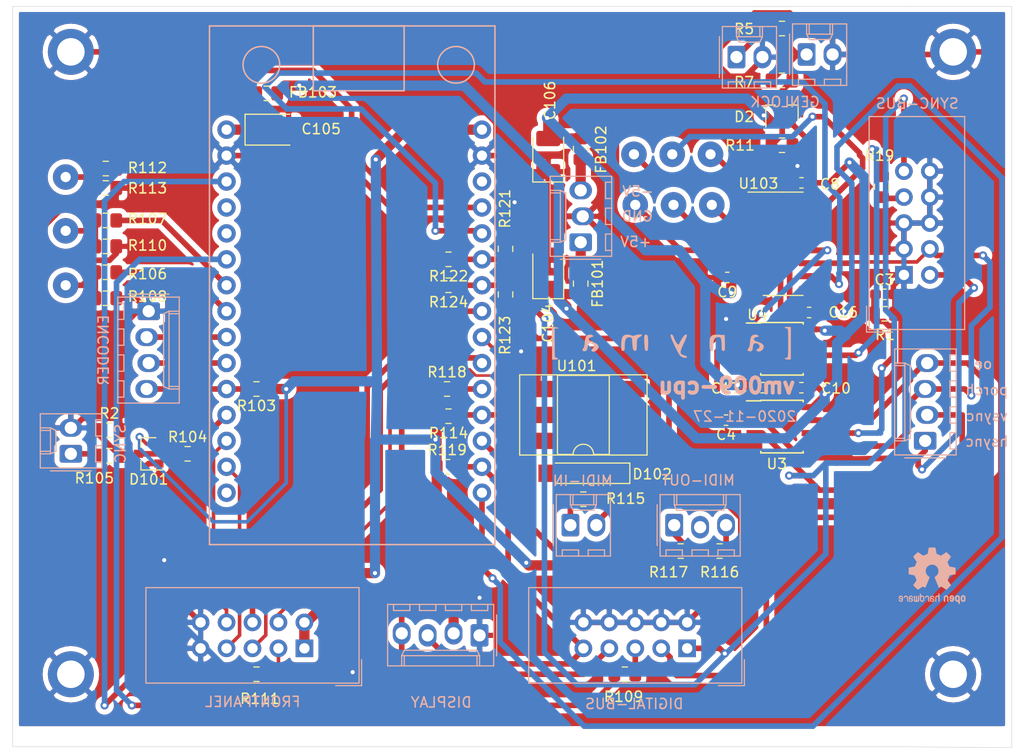
<source format=kicad_pcb>
(kicad_pcb (version 20171130) (host pcbnew "(5.1.5-0-10_14)")
  (layers (0 F.Cu signal) (31 B.Cu signal) (34 B.Paste user) (35 F.Paste user) (36 B.SilkS user) (37 F.SilkS user) (38 B.Mask user) (39 F.Mask user) (44 Edge.Cuts user))
  (net 0 "")
  (net 1 GND)
  (net 2 "Net-(C3-Pad1)")
  (net 3 "Net-(C4-Pad1)")
  (net 4 +5V)
  (net 5 -5V)
  (net 6 VCC)
  (net 7 "Net-(D2-Pad3)")
  (net 8 3V3)
  (net 9 "Net-(D102-Pad2)")
  (net 10 "Net-(D102-Pad1)")
  (net 11 "Net-(FB101-Pad1)")
  (net 12 "Net-(FB102-Pad1)")
  (net 13 /hsync)
  (net 14 /vsync)
  (net 15 /porch)
  (net 16 /genlock)
  (net 17 "Net-(J103-Pad1)")
  (net 18 "Net-(J104-Pad1)")
  (net 19 "Net-(J105-Pad1)")
  (net 20 /oddeven)
  (net 21 /beatsync)
  (net 22 /sda)
  (net 23 /scl)
  (net 24 "Net-(J107-Pad1)")
  (net 25 /pix)
  (net 26 /btn_clk)
  (net 27 /btn_data)
  (net 28 /btn_latch)
  (net 29 /ad1)
  (net 30 /ad2)
  (net 31 "Net-(J110-Pad3)")
  (net 32 "Net-(J110-Pad1)")
  (net 33 /enc_a)
  (net 34 /enc_b)
  (net 35 /enc_c)
  (net 36 "Net-(R11-Pad2)")
  (net 37 "Net-(R106-Pad1)")
  (net 38 "Net-(R107-Pad1)")
  (net 39 "Net-(R109-Pad1)")
  (net 40 "Net-(R111-Pad1)")
  (net 41 "Net-(R112-Pad1)")
  (net 42 /rx)
  (net 43 /tx)
  (net 44 "Net-(C4-Pad2)")
  (net 45 "Net-(D101-Pad3)")
  (net 46 "Net-(J101-Pad1)")
  (net 47 "Net-(J113-Pad1)")
  (net 48 "Net-(J114-Pad1)")
  (net 49 "Net-(J115-Pad1)")
  (net 50 "Net-(J116-Pad1)")
  (net 51 "Net-(J117-Pad1)")
  (net 52 "Net-(J118-Pad1)")
  (net 53 "Net-(R19-Pad1)")
  (net 54 "Net-(R121-Pad2)")
  (net 55 "Net-(R123-Pad2)")
  (net 56 "Net-(U103-Pad14)")
  (net 57 /mux1)
  (net 58 /mux2)
  (net 59 "Net-(J102-Pad1)")
  (net 60 "Net-(R104-Pad2)")
  (module Symbol:OSHW-Logo2_7.3x6mm_SilkScreen (layer B.Cu) (at 198.6 84.33 180)
    (fp_text reference U2 hide)
    (fp_text value LOGO hide)
  )
  (module anyma_footprints:logo_anyma (layer B.Cu) (at 173 61.63 180)
    (fp_text reference U1 hide)
    (fp_text value LOGO hide)
  )
  (module synkie_footprints:R_0805_2012Metric_Pad1.15x1.40mm_HandSolder (layer F.Cu) (at 118.075 70.08)
    (fp_text reference R2 (at 0 -1.65) (layer F.SilkS))
    (fp_text value 10k)
    (pad 2 smd roundrect (at 1.025 0) (size 1.15 1.4) (layers F.Cu F.Paste F.Mask) (roundrect_rratio 0.217391) (net 1 GND))
    (pad 1 smd roundrect (at -1.025 0) (size 1.15 1.4) (layers F.Cu F.Paste F.Mask) (roundrect_rratio 0.217391) (net 45 "Net-(D101-Pad3)"))
  )
  (module MountingHole:MountingHole_2.7mm_M2.5_ISO7380_Pad (layer F.Cu) (at 200.66 33.02)
    (fp_text reference H101 hide)
    (fp_text value MountingHole_Pad)
    (pad 1 thru_hole circle (at 0 0) (size 4.5 4.5) (drill 2.7) (layers *.Cu *.Mask) (net 1 GND))
  )
  (module synkie_footprints:SOIC-16_3.9x9.9mm_P1.27mm (layer F.Cu) (at 184.023 51.816)
    (fp_text reference U103 (at -2.423 -5.9) (layer F.SilkS))
    (fp_text value 4053)
    (pad 1 smd roundrect (at -2.475 -4.445) (size 1.95 0.6) (layers F.Cu F.Paste F.Mask) (net 49 "Net-(J115-Pad1)"))
    (pad 2 smd roundrect (at -2.475 -3.175) (size 1.95 0.6) (layers F.Cu F.Paste F.Mask) (net 47 "Net-(J113-Pad1)"))
    (pad 3 smd roundrect (at -2.475 -1.905) (size 1.95 0.6) (layers F.Cu F.Paste F.Mask) (net 52 "Net-(J118-Pad1)"))
    (pad 4 smd roundrect (at -2.475 -0.635) (size 1.95 0.6) (layers F.Cu F.Paste F.Mask) (net 51 "Net-(J117-Pad1)"))
    (pad 5 smd roundrect (at -2.475 0.635) (size 1.95 0.6) (layers F.Cu F.Paste F.Mask) (net 50 "Net-(J116-Pad1)"))
    (pad 6 smd roundrect (at -2.475 1.905) (size 1.95 0.6) (layers F.Cu F.Paste F.Mask) (net 1 GND))
    (pad 7 smd roundrect (at -2.475 3.175) (size 1.95 0.6) (layers F.Cu F.Paste F.Mask) (net 5 -5V))
    (pad 8 smd roundrect (at -2.475 4.445) (size 1.95 0.6) (layers F.Cu F.Paste F.Mask) (net 1 GND))
    (pad 9 smd roundrect (at 2.475 4.445) (size 1.95 0.6) (layers F.Cu F.Paste F.Mask) (net 58 /mux2))
    (pad 10 smd roundrect (at 2.475 3.175) (size 1.95 0.6) (layers F.Cu F.Paste F.Mask) (net 57 /mux1))
    (pad 11 smd roundrect (at 2.475 1.905) (size 1.95 0.6) (layers F.Cu F.Paste F.Mask) (net 15 /porch))
    (pad 12 smd roundrect (at 2.475 0.635) (size 1.95 0.6) (layers F.Cu F.Paste F.Mask) (net 44 "Net-(C4-Pad2)"))
    (pad 13 smd roundrect (at 2.475 -0.635) (size 1.95 0.6) (layers F.Cu F.Paste F.Mask))
    (pad 14 smd roundrect (at 2.475 -1.905) (size 1.95 0.6) (layers F.Cu F.Paste F.Mask) (net 56 "Net-(U103-Pad14)"))
    (pad 15 smd roundrect (at 2.475 -3.175) (size 1.95 0.6) (layers F.Cu F.Paste F.Mask) (net 48 "Net-(J114-Pad1)"))
    (pad 16 smd roundrect (at 2.475 -4.445) (size 1.95 0.6) (layers F.Cu F.Paste F.Mask) (net 4 +5V))
  )
  (module synkie_footprints:R_0805_2012Metric_Pad1.15x1.40mm_HandSolder (layer F.Cu) (at 151.266 55.88 180)
    (fp_text reference R124 (at 0 -1.65) (layer F.SilkS))
    (fp_text value 3k)
    (pad 2 smd roundrect (at 1.025 0 180) (size 1.15 1.4) (layers F.Cu F.Paste F.Mask) (roundrect_rratio 0.217391) (net 1 GND))
    (pad 1 smd roundrect (at -1.025 0 180) (size 1.15 1.4) (layers F.Cu F.Paste F.Mask) (roundrect_rratio 0.217391) (net 55 "Net-(R123-Pad2)"))
  )
  (module synkie_footprints:R_0805_2012Metric_Pad1.15x1.40mm_HandSolder (layer F.Cu) (at 156.845 56.778 90)
    (fp_text reference R123 (at -4.002 -0.045 90) (layer F.SilkS))
    (fp_text value 2k)
    (pad 2 smd roundrect (at 1.025 0 90) (size 1.15 1.4) (layers F.Cu F.Paste F.Mask) (roundrect_rratio 0.217391) (net 55 "Net-(R123-Pad2)"))
    (pad 1 smd roundrect (at -1.025 0 90) (size 1.15 1.4) (layers F.Cu F.Paste F.Mask) (roundrect_rratio 0.217391) (net 20 /oddeven))
  )
  (module synkie_footprints:R_0805_2012Metric_Pad1.15x1.40mm_HandSolder (layer F.Cu) (at 151.266 53.34 180)
    (fp_text reference R122 (at 0 -1.65) (layer F.SilkS))
    (fp_text value 3k)
    (pad 2 smd roundrect (at 1.025 0 180) (size 1.15 1.4) (layers F.Cu F.Paste F.Mask) (roundrect_rratio 0.217391) (net 1 GND))
    (pad 1 smd roundrect (at -1.025 0 180) (size 1.15 1.4) (layers F.Cu F.Paste F.Mask) (roundrect_rratio 0.217391) (net 54 "Net-(R121-Pad2)"))
  )
  (module synkie_footprints:R_0805_2012Metric_Pad1.15x1.40mm_HandSolder (layer F.Cu) (at 156.845 52.315 270)
    (fp_text reference R121 (at -3.935 0.045 90) (layer F.SilkS))
    (fp_text value 2k)
    (pad 2 smd roundrect (at 1.025 0 270) (size 1.15 1.4) (layers F.Cu F.Paste F.Mask) (roundrect_rratio 0.217391) (net 54 "Net-(R121-Pad2)"))
    (pad 1 smd roundrect (at -1.025 0 270) (size 1.15 1.4) (layers F.Cu F.Paste F.Mask) (roundrect_rratio 0.217391) (net 14 /vsync))
  )
  (module synkie_footprints:R_0805_2012Metric_Pad1.15x1.40mm_HandSolder (layer F.Cu) (at 118.075 72.58)
    (fp_text reference R105 (at -1.475 2.2) (layer F.SilkS))
    (fp_text value 75)
    (pad 2 smd roundrect (at 1.025 0) (size 1.15 1.4) (layers F.Cu F.Paste F.Mask) (roundrect_rratio 0.217391) (net 45 "Net-(D101-Pad3)"))
    (pad 1 smd roundrect (at -1.025 0) (size 1.15 1.4) (layers F.Cu F.Paste F.Mask) (roundrect_rratio 0.217391) (net 59 "Net-(J102-Pad1)"))
  )
  (module synkie_footprints:R_0805_2012Metric_Pad1.15x1.40mm_HandSolder (layer F.Cu) (at 193.675 46.228 270)
    (fp_text reference R19 (at -3.048 0.225 180) (layer F.SilkS))
    (fp_text value 75)
    (pad 2 smd roundrect (at 1.025 0 270) (size 1.15 1.4) (layers F.Cu F.Paste F.Mask) (roundrect_rratio 0.217391) (net 16 /genlock))
    (pad 1 smd roundrect (at -1.025 0 270) (size 1.15 1.4) (layers F.Cu F.Paste F.Mask) (roundrect_rratio 0.217391) (net 53 "Net-(R19-Pad1)"))
  )
  (module synkie_footprints:Solderpad_1mm (layer F.Cu) (at 177.546 48.26)
    (fp_text reference J118 hide)
    (fp_text value mux11)
    (pad 1 thru_hole circle (at -0.508 -0.254) (size 2.5 2.5) (drill 1) (layers *.Cu *.Mask) (net 52 "Net-(J118-Pad1)"))
  )
  (module synkie_footprints:Solderpad_1mm (layer F.Cu) (at 173.7995 48.26)
    (fp_text reference J117 hide)
    (fp_text value mux1o)
    (pad 1 thru_hole circle (at -0.508 -0.254) (size 2.5 2.5) (drill 1) (layers *.Cu *.Mask) (net 51 "Net-(J117-Pad1)"))
  )
  (module synkie_footprints:Solderpad_1mm (layer F.Cu) (at 170.053 48.26)
    (fp_text reference J116 hide)
    (fp_text value mux10)
    (pad 1 thru_hole circle (at -0.508 -0.254) (size 2.5 2.5) (drill 1) (layers *.Cu *.Mask) (net 50 "Net-(J116-Pad1)"))
  )
  (module synkie_footprints:Solderpad_1mm (layer F.Cu) (at 177.419 43.307)
    (fp_text reference J115 hide)
    (fp_text value mux01)
    (pad 1 thru_hole circle (at -0.508 -0.254) (size 2.5 2.5) (drill 1) (layers *.Cu *.Mask) (net 49 "Net-(J115-Pad1)"))
  )
  (module synkie_footprints:Solderpad_1mm (layer F.Cu) (at 173.6725 43.307)
    (fp_text reference J114 hide)
    (fp_text value mux0o)
    (pad 1 thru_hole circle (at -0.508 -0.254) (size 2.5 2.5) (drill 1) (layers *.Cu *.Mask) (net 48 "Net-(J114-Pad1)"))
  )
  (module synkie_footprints:Solderpad_1mm (layer F.Cu) (at 169.926 43.307)
    (fp_text reference J113 hide)
    (fp_text value mux00)
    (pad 1 thru_hole circle (at -0.508 -0.254) (size 2.5 2.5) (drill 1) (layers *.Cu *.Mask) (net 47 "Net-(J113-Pad1)"))
  )
  (module synkie_footprints:Molex_KK-254_AE-6410-02A_1x02_P2.54mm_Vertical (layer B.Cu) (at 179.451 33.528)
    (fp_text reference J101 hide)
    (fp_text value GENLOCK-THRU)
    (pad 2 thru_hole oval (at 2.54 0) (size 1.74 2.2) (drill 1.2) (layers *.Cu *.Mask) (net 1 GND))
    (pad 1 thru_hole roundrect (at 0 0) (size 1.74 2.2) (drill 1.2) (layers *.Cu *.Mask) (roundrect_rratio 0.143678) (net 46 "Net-(J101-Pad1)"))
  )
  (module MountingHole:MountingHole_2.7mm_M2.5_ISO7380_Pad (layer F.Cu) (at 200.66 93.98)
    (fp_text reference H3 hide)
    (fp_text value MountingHole_Pad)
    (pad 1 thru_hole circle (at 0 0) (size 4.5 4.5) (drill 2.7) (layers *.Cu *.Mask) (net 1 GND))
  )
  (module MountingHole:MountingHole_2.7mm_M2.5_ISO7380_Pad (layer F.Cu) (at 114.3 33.02)
    (fp_text reference H2 hide)
    (fp_text value MountingHole_Pad)
    (pad 1 thru_hole circle (at 0 0) (size 4.5 4.5) (drill 2.7) (layers *.Cu *.Mask) (net 1 GND))
  )
  (module MountingHole:MountingHole_2.7mm_M2.5_ISO7380_Pad (layer F.Cu) (at 114.3 93.98)
    (fp_text reference H1 hide)
    (fp_text value MountingHole_Pad)
    (pad 1 thru_hole circle (at 0 0) (size 4.5 4.5) (drill 2.7) (layers *.Cu *.Mask) (net 1 GND))
  )
  (module synkie_footprints:C_0603_1608Metric_Pad1.05x0.95mm_HandSolder (layer F.Cu) (at 182.005 65.913)
    (fp_text reference C17 (at -3.605 0.067) (layer F.SilkS))
    (fp_text value 100n)
    (pad 2 smd roundrect (at 0.875 0) (size 1.05 0.95) (layers F.Cu F.Paste F.Mask) (net 1 GND))
    (pad 1 smd roundrect (at -0.875 0) (size 1.05 0.95) (layers F.Cu F.Paste F.Mask) (net 5 -5V))
  )
  (module synkie_footprints:C_0603_1608Metric_Pad1.05x0.95mm_HandSolder (layer F.Cu) (at 186.563 58.547)
    (fp_text reference C16 (at 3.337 -0.017) (layer F.SilkS))
    (fp_text value 100n)
    (pad 2 smd roundrect (at 0.875 0) (size 1.05 0.95) (layers F.Cu F.Paste F.Mask) (net 4 +5V))
    (pad 1 smd roundrect (at -0.875 0) (size 1.05 0.95) (layers F.Cu F.Paste F.Mask) (net 1 GND))
  )
  (module synkie_footprints:C_0603_1608Metric_Pad1.05x0.95mm_HandSolder (layer F.Cu) (at 178.548 55.118 180)
    (fp_text reference C9 (at 0 -1.43) (layer F.SilkS))
    (fp_text value 100n)
    (pad 2 smd roundrect (at 0.875 0 180) (size 1.05 0.95) (layers F.Cu F.Paste F.Mask) (net 1 GND))
    (pad 1 smd roundrect (at -0.875 0 180) (size 1.05 0.95) (layers F.Cu F.Paste F.Mask) (net 5 -5V))
  )
  (module synkie_footprints:C_0603_1608Metric_Pad1.05x0.95mm_HandSolder (layer F.Cu) (at 185.815 45.847)
    (fp_text reference C8 (at 2.785 0.133) (layer F.SilkS))
    (fp_text value 100n)
    (pad 2 smd roundrect (at 0.875 0) (size 1.05 0.95) (layers F.Cu F.Paste F.Mask) (net 4 +5V))
    (pad 1 smd roundrect (at -0.875 0) (size 1.05 0.95) (layers F.Cu F.Paste F.Mask) (net 1 GND))
  )
  (module Package_DIP:DIP-6_W8.89mm_SMDSocket_LongPads (layer F.Cu) (at 164.465 68.58 180)
    (fp_text reference U101 (at 0.665 4.8 180) (layer F.SilkS))
    (fp_text value 4N25)
    (pad 6 smd rect (at 4.445 -2.54 180) (size 3.1 1.6) (layers F.Cu F.Paste F.Mask))
    (pad 3 smd rect (at -4.445 2.54 180) (size 3.1 1.6) (layers F.Cu F.Paste F.Mask))
    (pad 5 smd rect (at 4.445 0 180) (size 3.1 1.6) (layers F.Cu F.Paste F.Mask) (net 42 /rx))
    (pad 2 smd rect (at -4.445 0 180) (size 3.1 1.6) (layers F.Cu F.Paste F.Mask) (net 9 "Net-(D102-Pad2)"))
    (pad 4 smd rect (at 4.445 2.54 180) (size 3.1 1.6) (layers F.Cu F.Paste F.Mask) (net 1 GND))
    (pad 1 smd rect (at -4.445 -2.54 180) (size 3.1 1.6) (layers F.Cu F.Paste F.Mask) (net 10 "Net-(D102-Pad1)"))
  )
  (module anyma_footprints:ESP32_Devboard (layer B.Cu) (at 142.24 35.56)
    (fp_text reference U102 hide)
    (fp_text value ESP32-DevBoard)
    (pad 30 thru_hole circle (at 12.3 40.64) (size 1.8 1.8) (drill 1) (layers *.Cu *.Mask) (net 58 /mux2))
    (pad 29 thru_hole circle (at 12.3 38.1) (size 1.8 1.8) (drill 1) (layers *.Cu *.Mask) (net 23 /scl))
    (pad 28 thru_hole circle (at 12.3 35.56) (size 1.8 1.8) (drill 1) (layers *.Cu *.Mask) (net 43 /tx))
    (pad 27 thru_hole circle (at 12.3 33.02) (size 1.8 1.8) (drill 1) (layers *.Cu *.Mask) (net 42 /rx))
    (pad 26 thru_hole circle (at 12.3 30.48) (size 1.8 1.8) (drill 1) (layers *.Cu *.Mask) (net 22 /sda))
    (pad 25 thru_hole circle (at 12.3 27.94) (size 1.8 1.8) (drill 1) (layers *.Cu *.Mask) (net 27 /btn_data))
    (pad 24 thru_hole circle (at 12.3 25.4) (size 1.8 1.8) (drill 1) (layers *.Cu *.Mask) (net 26 /btn_clk))
    (pad 23 thru_hole circle (at 12.3 22.86) (size 1.8 1.8) (drill 1) (layers *.Cu *.Mask) (net 28 /btn_latch))
    (pad 22 thru_hole circle (at 12.3 20.32) (size 1.8 1.8) (drill 1) (layers *.Cu *.Mask) (net 55 "Net-(R123-Pad2)"))
    (pad 21 thru_hole circle (at 12.3 17.78) (size 1.8 1.8) (drill 1) (layers *.Cu *.Mask) (net 54 "Net-(R121-Pad2)"))
    (pad 20 thru_hole circle (at 12.3 15.24) (size 1.8 1.8) (drill 1) (layers *.Cu *.Mask) (net 57 /mux1))
    (pad 19 thru_hole circle (at 12.3 12.7) (size 1.8 1.8) (drill 1) (layers *.Cu *.Mask) (net 41 "Net-(R112-Pad1)"))
    (pad 18 thru_hole circle (at 12.3 10.16) (size 1.8 1.8) (drill 1) (layers *.Cu *.Mask))
    (pad 17 thru_hole circle (at 12.3 7.62) (size 1.8 1.8) (drill 1) (layers *.Cu *.Mask) (net 1 GND))
    (pad 16 thru_hole circle (at 12.3 5.08) (size 1.8 1.8) (drill 1) (layers *.Cu *.Mask) (net 8 3V3))
    (pad 15 thru_hole circle (at -12.7 5.08) (size 1.8 1.8) (drill 1) (layers *.Cu *.Mask) (net 6 VCC))
    (pad 14 thru_hole circle (at -12.7 7.62) (size 1.8 1.8) (drill 1) (layers *.Cu *.Mask) (net 1 GND))
    (pad 13 thru_hole circle (at -12.7 10.16) (size 1.8 1.8) (drill 1) (layers *.Cu *.Mask) (net 40 "Net-(R111-Pad1)"))
    (pad 12 thru_hole circle (at -12.7 12.7) (size 1.8 1.8) (drill 1) (layers *.Cu *.Mask))
    (pad 11 thru_hole circle (at -12.7 15.24) (size 1.8 1.8) (drill 1) (layers *.Cu *.Mask))
    (pad 10 thru_hole circle (at -12.7 17.78) (size 1.8 1.8) (drill 1) (layers *.Cu *.Mask) (net 39 "Net-(R109-Pad1)"))
    (pad 9 thru_hole circle (at -12.7 20.32) (size 1.8 1.8) (drill 1) (layers *.Cu *.Mask) (net 38 "Net-(R107-Pad1)"))
    (pad 8 thru_hole circle (at -12.7 22.86) (size 1.8 1.8) (drill 1) (layers *.Cu *.Mask) (net 37 "Net-(R106-Pad1)"))
    (pad 7 thru_hole circle (at -12.7 25.4) (size 1.8 1.8) (drill 1) (layers *.Cu *.Mask) (net 34 /enc_b))
    (pad 6 thru_hole circle (at -12.7 27.94) (size 1.8 1.8) (drill 1) (layers *.Cu *.Mask) (net 33 /enc_a))
    (pad 5 thru_hole circle (at -12.7 30.48) (size 1.8 1.8) (drill 1) (layers *.Cu *.Mask) (net 35 /enc_c))
    (pad 4 thru_hole circle (at -12.7 33.02) (size 1.8 1.8) (drill 1) (layers *.Cu *.Mask) (net 60 "Net-(R104-Pad2)"))
    (pad 3 thru_hole circle (at -12.7 35.56) (size 1.8 1.8) (drill 1) (layers *.Cu *.Mask) (net 30 /ad2))
    (pad 2 thru_hole circle (at -12.7 38.1) (size 1.8 1.8) (drill 1) (layers *.Cu *.Mask) (net 29 /ad1))
    (pad 1 thru_hole circle (at -12.7 40.64) (size 1.8 1.8) (drill 1) (layers *.Cu *.Mask))
  )
  (module synkie_footprints:SOIC-8_3.9x4.9mm_P1.27mm (layer F.Cu) (at 183.903 69.723)
    (fp_text reference U3 (at -0.503 3.657) (layer F.SilkS))
    (fp_text value LM1881)
    (pad 8 smd rect (at 2.7 -1.905) (size 1.55 0.6) (layers F.Cu F.Paste F.Mask) (net 4 +5V))
    (pad 7 smd rect (at 2.7 -0.635) (size 1.55 0.6) (layers F.Cu F.Paste F.Mask) (net 20 /oddeven))
    (pad 6 smd rect (at 2.7 0.635) (size 1.55 0.6) (layers F.Cu F.Paste F.Mask) (net 2 "Net-(C3-Pad1)"))
    (pad 5 smd rect (at 2.7 1.905) (size 1.55 0.6) (layers F.Cu F.Paste F.Mask) (net 15 /porch))
    (pad 4 smd rect (at -2.7 1.905) (size 1.55 0.6) (layers F.Cu F.Paste F.Mask) (net 1 GND))
    (pad 3 smd rect (at -2.7 0.635) (size 1.55 0.6) (layers F.Cu F.Paste F.Mask) (net 14 /vsync))
    (pad 2 smd rect (at -2.7 -0.635) (size 1.55 0.6) (layers F.Cu F.Paste F.Mask) (net 3 "Net-(C4-Pad1)"))
    (pad 1 smd rect (at -2.7 -1.905) (size 1.55 0.6) (layers F.Cu F.Paste F.Mask) (net 13 /hsync))
  )
  (module synkie_footprints:SOIC-8_3.9x4.9mm_P1.27mm (layer F.Cu) (at 183.903 62.103)
    (fp_text reference U4 (at -2.403 -3.323) (layer F.SilkS))
    (fp_text value LMH6643)
    (pad 8 smd rect (at 2.7 -1.905) (size 1.55 0.6) (layers F.Cu F.Paste F.Mask) (net 4 +5V))
    (pad 7 smd rect (at 2.7 -0.635) (size 1.55 0.6) (layers F.Cu F.Paste F.Mask) (net 53 "Net-(R19-Pad1)"))
    (pad 6 smd rect (at 2.7 0.635) (size 1.55 0.6) (layers F.Cu F.Paste F.Mask) (net 53 "Net-(R19-Pad1)"))
    (pad 5 smd rect (at 2.7 1.905) (size 1.55 0.6) (layers F.Cu F.Paste F.Mask) (net 56 "Net-(U103-Pad14)"))
    (pad 4 smd rect (at -2.7 1.905) (size 1.55 0.6) (layers F.Cu F.Paste F.Mask) (net 5 -5V))
    (pad 3 smd rect (at -2.7 0.635) (size 1.55 0.6) (layers F.Cu F.Paste F.Mask) (net 36 "Net-(R11-Pad2)"))
    (pad 2 smd rect (at -2.7 -0.635) (size 1.55 0.6) (layers F.Cu F.Paste F.Mask) (net 44 "Net-(C4-Pad2)"))
    (pad 1 smd rect (at -2.7 -1.905) (size 1.55 0.6) (layers F.Cu F.Paste F.Mask) (net 44 "Net-(C4-Pad2)"))
  )
  (module synkie_footprints:R_0805_2012Metric_Pad1.15x1.40mm_HandSolder (layer F.Cu) (at 151.139 73.66)
    (fp_text reference R119 (at 0 -1.65) (layer F.SilkS))
    (fp_text value R)
    (pad 2 smd roundrect (at 1.025 0) (size 1.15 1.4) (layers F.Cu F.Paste F.Mask) (roundrect_rratio 0.217391) (net 23 /scl))
    (pad 1 smd roundrect (at -1.025 0) (size 1.15 1.4) (layers F.Cu F.Paste F.Mask) (roundrect_rratio 0.217391) (net 8 3V3))
  )
  (module synkie_footprints:R_0805_2012Metric_Pad1.15x1.40mm_HandSolder (layer F.Cu) (at 151.121 66.04)
    (fp_text reference R118 (at 0 -1.65) (layer F.SilkS))
    (fp_text value R)
    (pad 2 smd roundrect (at 1.025 0) (size 1.15 1.4) (layers F.Cu F.Paste F.Mask) (roundrect_rratio 0.217391) (net 22 /sda))
    (pad 1 smd roundrect (at -1.025 0) (size 1.15 1.4) (layers F.Cu F.Paste F.Mask) (roundrect_rratio 0.217391) (net 8 3V3))
  )
  (module synkie_footprints:R_0805_2012Metric_Pad1.15x1.40mm_HandSolder (layer F.Cu) (at 173.99 81.915)
    (fp_text reference R117 (at -1.19 2.065) (layer F.SilkS))
    (fp_text value 220)
    (pad 2 smd roundrect (at 1.025 0) (size 1.15 1.4) (layers F.Cu F.Paste F.Mask) (roundrect_rratio 0.217391) (net 32 "Net-(J110-Pad1)"))
    (pad 1 smd roundrect (at -1.025 0) (size 1.15 1.4) (layers F.Cu F.Paste F.Mask) (roundrect_rratio 0.217391) (net 43 /tx))
  )
  (module synkie_footprints:R_0805_2012Metric_Pad1.15x1.40mm_HandSolder (layer F.Cu) (at 177.8 81.915)
    (fp_text reference R116 (at 0 2.065) (layer F.SilkS))
    (fp_text value 220)
    (pad 2 smd roundrect (at 1.025 0) (size 1.15 1.4) (layers F.Cu F.Paste F.Mask) (roundrect_rratio 0.217391) (net 31 "Net-(J110-Pad3)"))
    (pad 1 smd roundrect (at -1.025 0) (size 1.15 1.4) (layers F.Cu F.Paste F.Mask) (roundrect_rratio 0.217391) (net 8 3V3))
  )
  (module synkie_footprints:R_0805_2012Metric_Pad1.15x1.40mm_HandSolder (layer F.Cu) (at 164.465 76.835 180)
    (fp_text reference R115 (at -4.135 0.055) (layer F.SilkS))
    (fp_text value 220)
    (pad 2 smd roundrect (at 1.025 0 180) (size 1.15 1.4) (layers F.Cu F.Paste F.Mask) (roundrect_rratio 0.217391) (net 24 "Net-(J107-Pad1)"))
    (pad 1 smd roundrect (at -1.025 0 180) (size 1.15 1.4) (layers F.Cu F.Paste F.Mask) (roundrect_rratio 0.217391) (net 9 "Net-(D102-Pad2)"))
  )
  (module synkie_footprints:R_0805_2012Metric_Pad1.15x1.40mm_HandSolder (layer F.Cu) (at 151.266 68.707 180)
    (fp_text reference R114 (at 0 -1.65) (layer F.SilkS))
    (fp_text value 1k)
    (pad 2 smd roundrect (at 1.025 0 180) (size 1.15 1.4) (layers F.Cu F.Paste F.Mask) (roundrect_rratio 0.217391) (net 8 3V3))
    (pad 1 smd roundrect (at -1.025 0 180) (size 1.15 1.4) (layers F.Cu F.Paste F.Mask) (roundrect_rratio 0.217391) (net 42 /rx))
  )
  (module synkie_footprints:R_0805_2012Metric_Pad1.15x1.40mm_HandSolder (layer F.Cu) (at 117.72 46.355)
    (fp_text reference R113 (at 4.08 0.025) (layer F.SilkS))
    (fp_text value 1k)
    (pad 2 smd roundrect (at 1.025 0) (size 1.15 1.4) (layers F.Cu F.Paste F.Mask) (roundrect_rratio 0.217391) (net 1 GND))
    (pad 1 smd roundrect (at -1.025 0) (size 1.15 1.4) (layers F.Cu F.Paste F.Mask) (roundrect_rratio 0.217391) (net 19 "Net-(J105-Pad1)"))
  )
  (module synkie_footprints:R_0805_2012Metric_Pad1.15x1.40mm_HandSolder (layer F.Cu) (at 117.72 44.45 180)
    (fp_text reference R112 (at -4.08 0.07) (layer F.SilkS))
    (fp_text value 2k2)
    (pad 2 smd roundrect (at 1.025 0 180) (size 1.15 1.4) (layers F.Cu F.Paste F.Mask) (roundrect_rratio 0.217391) (net 19 "Net-(J105-Pad1)"))
    (pad 1 smd roundrect (at -1.025 0 180) (size 1.15 1.4) (layers F.Cu F.Paste F.Mask) (roundrect_rratio 0.217391) (net 41 "Net-(R112-Pad1)"))
  )
  (module synkie_footprints:R_0805_2012Metric_Pad1.15x1.40mm_HandSolder (layer F.Cu) (at 132.47 93.98)
    (fp_text reference R111 (at 0.33 2.4) (layer F.SilkS))
    (fp_text value 100)
    (pad 2 smd roundrect (at 1.025 0) (size 1.15 1.4) (layers F.Cu F.Paste F.Mask) (roundrect_rratio 0.217391) (net 25 /pix))
    (pad 1 smd roundrect (at -1.025 0) (size 1.15 1.4) (layers F.Cu F.Paste F.Mask) (roundrect_rratio 0.217391) (net 40 "Net-(R111-Pad1)"))
  )
  (module synkie_footprints:R_0805_2012Metric_Pad1.15x1.40mm_HandSolder (layer F.Cu) (at 117.72 52.07)
    (fp_text reference R110 (at 4.08 -0.09) (layer F.SilkS))
    (fp_text value 1k)
    (pad 2 smd roundrect (at 1.025 0) (size 1.15 1.4) (layers F.Cu F.Paste F.Mask) (roundrect_rratio 0.217391) (net 1 GND))
    (pad 1 smd roundrect (at -1.025 0) (size 1.15 1.4) (layers F.Cu F.Paste F.Mask) (roundrect_rratio 0.217391) (net 18 "Net-(J104-Pad1)"))
  )
  (module synkie_footprints:R_0805_2012Metric_Pad1.15x1.40mm_HandSolder (layer F.Cu) (at 168.52 93.98)
    (fp_text reference R109 (at -0.12 2.2) (layer F.SilkS))
    (fp_text value 100)
    (pad 2 smd roundrect (at 1.025 0) (size 1.15 1.4) (layers F.Cu F.Paste F.Mask) (roundrect_rratio 0.217391) (net 21 /beatsync))
    (pad 1 smd roundrect (at -1.025 0) (size 1.15 1.4) (layers F.Cu F.Paste F.Mask) (roundrect_rratio 0.217391) (net 39 "Net-(R109-Pad1)"))
  )
  (module synkie_footprints:R_0805_2012Metric_Pad1.15x1.40mm_HandSolder (layer F.Cu) (at 117.72 57.15)
    (fp_text reference R108 (at 4.08 -0.17) (layer F.SilkS))
    (fp_text value 1k)
    (pad 2 smd roundrect (at 1.025 0) (size 1.15 1.4) (layers F.Cu F.Paste F.Mask) (roundrect_rratio 0.217391) (net 1 GND))
    (pad 1 smd roundrect (at -1.025 0) (size 1.15 1.4) (layers F.Cu F.Paste F.Mask) (roundrect_rratio 0.217391) (net 17 "Net-(J103-Pad1)"))
  )
  (module synkie_footprints:R_0805_2012Metric_Pad1.15x1.40mm_HandSolder (layer F.Cu) (at 117.72 49.53 180)
    (fp_text reference R107 (at -4.08 0.15) (layer F.SilkS))
    (fp_text value 2k2)
    (pad 2 smd roundrect (at 1.025 0 180) (size 1.15 1.4) (layers F.Cu F.Paste F.Mask) (roundrect_rratio 0.217391) (net 18 "Net-(J104-Pad1)"))
    (pad 1 smd roundrect (at -1.025 0 180) (size 1.15 1.4) (layers F.Cu F.Paste F.Mask) (roundrect_rratio 0.217391) (net 38 "Net-(R107-Pad1)"))
  )
  (module synkie_footprints:R_0805_2012Metric_Pad1.15x1.40mm_HandSolder (layer F.Cu) (at 117.72 54.61 180)
    (fp_text reference R106 (at -4.08 -0.17) (layer F.SilkS))
    (fp_text value 2k2)
    (pad 2 smd roundrect (at 1.025 0 180) (size 1.15 1.4) (layers F.Cu F.Paste F.Mask) (roundrect_rratio 0.217391) (net 17 "Net-(J103-Pad1)"))
    (pad 1 smd roundrect (at -1.025 0 180) (size 1.15 1.4) (layers F.Cu F.Paste F.Mask) (roundrect_rratio 0.217391) (net 37 "Net-(R106-Pad1)"))
  )
  (module synkie_footprints:R_0805_2012Metric_Pad1.15x1.40mm_HandSolder (layer F.Cu) (at 125.73 72.39)
    (fp_text reference R104 (at 0 -1.65) (layer F.SilkS))
    (fp_text value 75)
    (pad 2 smd roundrect (at 1.025 0) (size 1.15 1.4) (layers F.Cu F.Paste F.Mask) (roundrect_rratio 0.217391) (net 60 "Net-(R104-Pad2)"))
    (pad 1 smd roundrect (at -1.025 0) (size 1.15 1.4) (layers F.Cu F.Paste F.Mask) (roundrect_rratio 0.217391) (net 45 "Net-(D101-Pad3)"))
  )
  (module synkie_footprints:R_0805_2012Metric_Pad1.15x1.40mm_HandSolder (layer F.Cu) (at 132.47 66.04 180)
    (fp_text reference R103 (at 0 -1.65) (layer F.SilkS))
    (fp_text value 4k7)
    (pad 2 smd roundrect (at 1.025 0 180) (size 1.15 1.4) (layers F.Cu F.Paste F.Mask) (roundrect_rratio 0.217391) (net 35 /enc_c))
    (pad 1 smd roundrect (at -1.025 0 180) (size 1.15 1.4) (layers F.Cu F.Paste F.Mask) (roundrect_rratio 0.217391) (net 8 3V3))
  )
  (module synkie_footprints:R_0805_2012Metric_Pad1.15x1.40mm_HandSolder (layer F.Cu) (at 183.903 42.164)
    (fp_text reference R11 (at -4.103 0.016) (layer F.SilkS))
    (fp_text value 75)
    (pad 2 smd roundrect (at 1.025 0) (size 1.15 1.4) (layers F.Cu F.Paste F.Mask) (roundrect_rratio 0.217391) (net 36 "Net-(R11-Pad2)"))
    (pad 1 smd roundrect (at -1.025 0) (size 1.15 1.4) (layers F.Cu F.Paste F.Mask) (roundrect_rratio 0.217391) (net 7 "Net-(D2-Pad3)"))
  )
  (module synkie_footprints:R_0805_2012Metric_Pad1.15x1.40mm_HandSolder (layer F.Cu) (at 183.903 35.814)
    (fp_text reference R7 (at -3.703 0.166) (layer F.SilkS))
    (fp_text value 75)
    (pad 2 smd roundrect (at 1.025 0) (size 1.15 1.4) (layers F.Cu F.Paste F.Mask) (roundrect_rratio 0.217391) (net 7 "Net-(D2-Pad3)"))
    (pad 1 smd roundrect (at -1.025 0) (size 1.15 1.4) (layers F.Cu F.Paste F.Mask) (roundrect_rratio 0.217391) (net 46 "Net-(J101-Pad1)"))
  )
  (module synkie_footprints:R_0805_2012Metric_Pad1.15x1.40mm_HandSolder (layer F.Cu) (at 183.903 30.734 180)
    (fp_text reference R5 (at 3.703 -0.046) (layer F.SilkS))
    (fp_text value 75)
    (pad 2 smd roundrect (at 1.025 0 180) (size 1.15 1.4) (layers F.Cu F.Paste F.Mask) (roundrect_rratio 0.217391) (net 46 "Net-(J101-Pad1)"))
    (pad 1 smd roundrect (at -1.025 0 180) (size 1.15 1.4) (layers F.Cu F.Paste F.Mask) (roundrect_rratio 0.217391) (net 1 GND))
  )
  (module synkie_footprints:R_0805_2012Metric_Pad1.15x1.40mm_HandSolder (layer F.Cu) (at 193.936 58.674)
    (fp_text reference R1 (at 0.064 2.056) (layer F.SilkS))
    (fp_text value 680k)
    (pad 2 smd roundrect (at 1.025 0) (size 1.15 1.4) (layers F.Cu F.Paste F.Mask) (roundrect_rratio 0.217391) (net 1 GND))
    (pad 1 smd roundrect (at -1.025 0) (size 1.15 1.4) (layers F.Cu F.Paste F.Mask) (roundrect_rratio 0.217391) (net 2 "Net-(C3-Pad1)"))
  )
  (module synkie_footprints:Molex_KK-254_AE-6410-04A_1x04_P2.54mm_Vertical (layer B.Cu) (at 154.305 90.17 180)
    (fp_text reference J112 hide)
    (fp_text value Display)
    (pad 1 thru_hole roundrect (at 0 0 180) (size 1.74 2.2) (drill 1.2) (layers *.Cu *.Mask) (roundrect_rratio 0.143678) (net 1 GND))
    (pad 2 thru_hole oval (at 2.54 0.2 180) (size 1.74 2.2) (drill 1.2) (layers *.Cu *.Mask) (net 8 3V3))
    (pad 3 thru_hole oval (at 5.08 0 180) (size 1.74 2.2) (drill 1.2) (layers *.Cu *.Mask) (net 23 /scl))
    (pad 4 thru_hole oval (at 7.62 0.2 180) (size 1.74 2.2) (drill 1.2) (layers *.Cu *.Mask) (net 22 /sda))
  )
  (module synkie_footprints:Molex_KK-254_AE-6410-04A_1x04_P2.54mm_Vertical (layer B.Cu) (at 121.92 58.42 270)
    (fp_text reference J111 hide)
    (fp_text value Encoder)
    (pad 1 thru_hole roundrect (at 0 0 270) (size 1.74 2.2) (drill 1.2) (layers *.Cu *.Mask) (roundrect_rratio 0.143678) (net 1 GND))
    (pad 2 thru_hole oval (at 2.54 0.2 270) (size 1.74 2.2) (drill 1.2) (layers *.Cu *.Mask) (net 34 /enc_b))
    (pad 3 thru_hole oval (at 5.08 0 270) (size 1.74 2.2) (drill 1.2) (layers *.Cu *.Mask) (net 33 /enc_a))
    (pad 4 thru_hole oval (at 7.62 0.2 270) (size 1.74 2.2) (drill 1.2) (layers *.Cu *.Mask) (net 35 /enc_c))
  )
  (module synkie_footprints:Molex_KK-254_AE-6410-03A_1x03_P2.54mm_Vertical (layer B.Cu) (at 173.355 79.375)
    (fp_text reference J110 hide)
    (fp_text value MIDI-OUT)
    (pad 3 thru_hole oval (at 5.08 0) (size 1.74 2.2) (drill 1.2) (layers *.Cu *.Mask) (net 31 "Net-(J110-Pad3)"))
    (pad 2 thru_hole oval (at 2.54 0.2) (size 1.74 2.2) (drill 1.2) (layers *.Cu *.Mask))
    (pad 1 thru_hole roundrect (at 0 0) (size 1.74 2.2) (drill 1.2) (layers *.Cu *.Mask) (roundrect_rratio 0.143678) (net 32 "Net-(J110-Pad1)"))
  )
  (module synkie_footprints:IDC-Header_2x05_P2.54mm_Vertical (layer B.Cu) (at 137.16 91.44 90)
    (fp_text reference J109 hide)
    (fp_text value UI)
    (pad 1 thru_hole rect (at 0 0 90) (size 1.7272 1.7272) (drill 1.016) (layers *.Cu *.Mask) (net 8 3V3))
    (pad 2 thru_hole oval (at 2.54 0 90) (size 1.7272 1.7272) (drill 1.016) (layers *.Cu *.Mask) (net 8 3V3))
    (pad 3 thru_hole oval (at 0 -2.54 90) (size 1.7272 1.7272) (drill 1.016) (layers *.Cu *.Mask) (net 25 /pix))
    (pad 4 thru_hole oval (at 2.54 -2.54 90) (size 1.7272 1.7272) (drill 1.016) (layers *.Cu *.Mask) (net 26 /btn_clk))
    (pad 5 thru_hole oval (at 0 -5.08 90) (size 1.7272 1.7272) (drill 1.016) (layers *.Cu *.Mask) (net 27 /btn_data))
    (pad 6 thru_hole oval (at 2.54 -5.08 90) (size 1.7272 1.7272) (drill 1.016) (layers *.Cu *.Mask) (net 28 /btn_latch))
    (pad 7 thru_hole oval (at 0 -7.62 90) (size 1.7272 1.7272) (drill 1.016) (layers *.Cu *.Mask) (net 29 /ad1))
    (pad 8 thru_hole oval (at 2.54 -7.62 90) (size 1.7272 1.7272) (drill 1.016) (layers *.Cu *.Mask) (net 30 /ad2))
    (pad 9 thru_hole oval (at 0 -10.16 90) (size 1.7272 1.7272) (drill 1.016) (layers *.Cu *.Mask) (net 1 GND))
    (pad 10 thru_hole oval (at 2.54 -10.16 90) (size 1.7272 1.7272) (drill 1.016) (layers *.Cu *.Mask) (net 1 GND))
  )
  (module synkie_footprints:Molex_KK-254_AE-6410-03A_1x03_P2.54mm_Vertical (layer B.Cu) (at 164.203 51.666 90)
    (fp_text reference J108 hide)
    (fp_text value Supply)
    (pad 3 thru_hole oval (at 5.08 0 90) (size 1.74 2.2) (drill 1.2) (layers *.Cu *.Mask) (net 12 "Net-(FB102-Pad1)"))
    (pad 2 thru_hole oval (at 2.54 0.2 90) (size 1.74 2.2) (drill 1.2) (layers *.Cu *.Mask) (net 1 GND))
    (pad 1 thru_hole roundrect (at 0 0 90) (size 1.74 2.2) (drill 1.2) (layers *.Cu *.Mask) (roundrect_rratio 0.143678) (net 11 "Net-(FB101-Pad1)"))
  )
  (module synkie_footprints:Molex_KK-254_AE-6410-02A_1x02_P2.54mm_Vertical (layer B.Cu) (at 163.195 79.375)
    (fp_text reference J107 hide)
    (fp_text value MIDI-IN)
    (pad 2 thru_hole oval (at 2.54 0) (size 1.74 2.2) (drill 1.2) (layers *.Cu *.Mask) (net 10 "Net-(D102-Pad1)"))
    (pad 1 thru_hole roundrect (at 0 0) (size 1.74 2.2) (drill 1.2) (layers *.Cu *.Mask) (roundrect_rratio 0.143678) (net 24 "Net-(J107-Pad1)"))
  )
  (module synkie_footprints:IDC-Header_2x05_P2.54mm_Vertical (layer B.Cu) (at 174.625 91.44 90)
    (fp_text reference J106 hide)
    (fp_text value Digitalbus)
    (pad 1 thru_hole rect (at 0 0 90) (size 1.7272 1.7272) (drill 1.016) (layers *.Cu *.Mask) (net 14 /vsync))
    (pad 2 thru_hole oval (at 2.54 0 90) (size 1.7272 1.7272) (drill 1.016) (layers *.Cu *.Mask) (net 1 GND))
    (pad 3 thru_hole oval (at 0 -2.54 90) (size 1.7272 1.7272) (drill 1.016) (layers *.Cu *.Mask) (net 20 /oddeven))
    (pad 4 thru_hole oval (at 2.54 -2.54 90) (size 1.7272 1.7272) (drill 1.016) (layers *.Cu *.Mask) (net 1 GND))
    (pad 5 thru_hole oval (at 0 -5.08 90) (size 1.7272 1.7272) (drill 1.016) (layers *.Cu *.Mask) (net 21 /beatsync))
    (pad 6 thru_hole oval (at 2.54 -5.08 90) (size 1.7272 1.7272) (drill 1.016) (layers *.Cu *.Mask) (net 1 GND))
    (pad 7 thru_hole oval (at 0 -7.62 90) (size 1.7272 1.7272) (drill 1.016) (layers *.Cu *.Mask) (net 22 /sda))
    (pad 8 thru_hole oval (at 2.54 -7.62 90) (size 1.7272 1.7272) (drill 1.016) (layers *.Cu *.Mask) (net 1 GND))
    (pad 9 thru_hole oval (at 0 -10.16 90) (size 1.7272 1.7272) (drill 1.016) (layers *.Cu *.Mask) (net 23 /scl))
    (pad 10 thru_hole oval (at 2.54 -10.16 90) (size 1.7272 1.7272) (drill 1.016) (layers *.Cu *.Mask) (net 1 GND))
  )
  (module synkie_footprints:Solderpad_1mm (layer F.Cu) (at 114.3 45.533999)
    (fp_text reference J105 hide)
    (fp_text value Trig3)
    (pad 1 thru_hole circle (at -0.508 -0.254) (size 2.5 2.5) (drill 1) (layers *.Cu *.Mask) (net 19 "Net-(J105-Pad1)"))
  )
  (module synkie_footprints:Solderpad_1mm (layer F.Cu) (at 114.3 50.8)
    (fp_text reference J104 hide)
    (fp_text value Trig/Ramp2)
    (pad 1 thru_hole circle (at -0.508 -0.254) (size 2.5 2.5) (drill 1) (layers *.Cu *.Mask) (net 18 "Net-(J104-Pad1)"))
  )
  (module synkie_footprints:Solderpad_1mm (layer F.Cu) (at 114.3 56.134)
    (fp_text reference J103 hide)
    (fp_text value Trig/Ramp)
    (pad 1 thru_hole circle (at -0.508 -0.254) (size 2.5 2.5) (drill 1) (layers *.Cu *.Mask) (net 17 "Net-(J103-Pad1)"))
  )
  (module synkie_footprints:Molex_KK-254_AE-6410-02A_1x02_P2.54mm_Vertical (layer B.Cu) (at 114.3 72.39 90)
    (fp_text reference J102 hide)
    (fp_text value SYNC)
    (pad 2 thru_hole oval (at 2.54 0 90) (size 1.74 2.2) (drill 1.2) (layers *.Cu *.Mask) (net 1 GND))
    (pad 1 thru_hole roundrect (at 0 0 90) (size 1.74 2.2) (drill 1.2) (layers *.Cu *.Mask) (roundrect_rratio 0.143678) (net 59 "Net-(J102-Pad1)"))
  )
  (module synkie_footprints:IDC-Header_2x05_P2.54mm_Vertical (layer B.Cu) (at 195.841 54.864)
    (fp_text reference J77 hide)
    (fp_text value Syncbus)
    (pad 1 thru_hole rect (at 0 0) (size 1.7272 1.7272) (drill 1.016) (layers *.Cu *.Mask) (net 1 GND))
    (pad 2 thru_hole oval (at 2.54 0) (size 1.7272 1.7272) (drill 1.016) (layers *.Cu *.Mask) (net 13 /hsync))
    (pad 3 thru_hole oval (at 0 -2.54) (size 1.7272 1.7272) (drill 1.016) (layers *.Cu *.Mask) (net 1 GND))
    (pad 4 thru_hole oval (at 2.54 -2.54) (size 1.7272 1.7272) (drill 1.016) (layers *.Cu *.Mask) (net 15 /porch))
    (pad 5 thru_hole oval (at 0 -5.08) (size 1.7272 1.7272) (drill 1.016) (layers *.Cu *.Mask) (net 1 GND))
    (pad 6 thru_hole oval (at 2.54 -5.08) (size 1.7272 1.7272) (drill 1.016) (layers *.Cu *.Mask) (net 1 GND))
    (pad 7 thru_hole oval (at 0 -7.62) (size 1.7272 1.7272) (drill 1.016) (layers *.Cu *.Mask) (net 16 /genlock))
    (pad 8 thru_hole oval (at 2.54 -7.62) (size 1.7272 1.7272) (drill 1.016) (layers *.Cu *.Mask) (net 1 GND))
    (pad 9 thru_hole oval (at 0 -10.16) (size 1.7272 1.7272) (drill 1.016) (layers *.Cu *.Mask) (net 14 /vsync))
    (pad 10 thru_hole oval (at 2.54 -10.16) (size 1.7272 1.7272) (drill 1.016) (layers *.Cu *.Mask) (net 1 GND))
  )
  (module synkie_footprints:Molex_KK-254_AE-6410-04A_1x04_P2.54mm_Vertical (layer B.Cu) (at 197.92 71.12 90)
    (fp_text reference J6 hide)
    (fp_text value Sync-Bus)
    (pad 1 thru_hole roundrect (at 0 0 90) (size 1.74 2.2) (drill 1.2) (layers *.Cu *.Mask) (roundrect_rratio 0.143678) (net 13 /hsync))
    (pad 2 thru_hole oval (at 2.54 0.2 90) (size 1.74 2.2) (drill 1.2) (layers *.Cu *.Mask) (net 14 /vsync))
    (pad 3 thru_hole oval (at 5.08 0 90) (size 1.74 2.2) (drill 1.2) (layers *.Cu *.Mask) (net 15 /porch))
    (pad 4 thru_hole oval (at 7.62 0.2 90) (size 1.74 2.2) (drill 1.2) (layers *.Cu *.Mask) (net 20 /oddeven))
  )
  (module synkie_footprints:Molex_KK-254_AE-6410-02A_1x02_P2.54mm_Vertical (layer B.Cu) (at 186.316 33.274)
    (fp_text reference J2 hide)
    (fp_text value GENLOCK-INPUT)
    (pad 2 thru_hole oval (at 2.54 0) (size 1.74 2.2) (drill 1.2) (layers *.Cu *.Mask) (net 1 GND))
    (pad 1 thru_hole roundrect (at 0 0) (size 1.74 2.2) (drill 1.2) (layers *.Cu *.Mask) (roundrect_rratio 0.143678) (net 46 "Net-(J101-Pad1)"))
  )
  (module synkie_footprints:L_0805_2012Metric_Pad1.15x1.40mm_HandSolder (layer F.Cu) (at 133.468 37.084 180)
    (fp_text reference FB103 (at -4.532 0.104) (layer F.SilkS))
    (fp_text value Ferrite_Bead)
    (pad 1 smd roundrect (at -1.025 0 180) (size 1.15 1.4) (layers F.Cu F.Paste F.Mask) (roundrect_rratio 0.217391) (net 4 +5V))
    (pad 2 smd roundrect (at 1.025 0 180) (size 1.15 1.4) (layers F.Cu F.Paste F.Mask) (roundrect_rratio 0.217391) (net 6 VCC))
  )
  (module synkie_footprints:L_0805_2012Metric_Pad1.15x1.40mm_HandSolder (layer F.Cu) (at 164.203 42.531 90)
    (fp_text reference FB102 (at -0.049 1.997 90) (layer F.SilkS))
    (fp_text value Ferrite_Bead)
    (pad 1 smd roundrect (at -1.025 0 90) (size 1.15 1.4) (layers F.Cu F.Paste F.Mask) (roundrect_rratio 0.217391) (net 12 "Net-(FB102-Pad1)"))
    (pad 2 smd roundrect (at 1.025 0 90) (size 1.15 1.4) (layers F.Cu F.Paste F.Mask) (roundrect_rratio 0.217391) (net 5 -5V))
  )
  (module synkie_footprints:L_0805_2012Metric_Pad1.15x1.40mm_HandSolder (layer F.Cu) (at 164.203 55.721 270)
    (fp_text reference FB101 (at 0 -1.65 90) (layer F.SilkS))
    (fp_text value Ferrite_Bead)
    (pad 1 smd roundrect (at -1.025 0 270) (size 1.15 1.4) (layers F.Cu F.Paste F.Mask) (roundrect_rratio 0.217391) (net 11 "Net-(FB101-Pad1)"))
    (pad 2 smd roundrect (at 1.025 0 270) (size 1.15 1.4) (layers F.Cu F.Paste F.Mask) (roundrect_rratio 0.217391) (net 4 +5V))
  )
  (module synkie_footprints:D_MiniMELF_Handsoldering (layer F.Cu) (at 164.465 74.295 180)
    (fp_text reference D102 (at -6.735 -0.085) (layer F.SilkS))
    (fp_text value D)
    (pad 2 smd rect (at 2.75 0 180) (size 3.3 1.7) (layers F.Cu F.Paste F.Mask) (net 9 "Net-(D102-Pad2)"))
    (pad 1 smd rect (at -2.75 0 180) (size 3.3 1.7) (layers F.Cu F.Paste F.Mask) (net 10 "Net-(D102-Pad1)"))
  )
  (module Package_TO_SOT_SMD:SOT-23 (layer F.Cu) (at 121.92 72.39 180)
    (fp_text reference D101 (at 0 -2.5) (layer F.SilkS))
    (fp_text value BAT54S)
    (pad 3 smd rect (at 1 0 180) (size 0.9 0.8) (layers F.Cu F.Paste F.Mask) (net 45 "Net-(D101-Pad3)"))
    (pad 2 smd rect (at -1 0.95 180) (size 0.9 0.8) (layers F.Cu F.Paste F.Mask) (net 8 3V3))
    (pad 1 smd rect (at -1 -0.95 180) (size 0.9 0.8) (layers F.Cu F.Paste F.Mask) (net 1 GND))
  )
  (module Package_TO_SOT_SMD:SOT-23 (layer F.Cu) (at 183.903 38.989 90)
    (fp_text reference D2 (at -0.391 -3.703 180) (layer F.SilkS))
    (fp_text value BAT54S)
    (pad 3 smd rect (at 1 0 90) (size 0.9 0.8) (layers F.Cu F.Paste F.Mask) (net 7 "Net-(D2-Pad3)"))
    (pad 2 smd rect (at -1 0.95 90) (size 0.9 0.8) (layers F.Cu F.Paste F.Mask) (net 4 +5V))
    (pad 1 smd rect (at -1 -0.95 90) (size 0.9 0.8) (layers F.Cu F.Paste F.Mask) (net 5 -5V))
  )
  (module synkie_footprints:CP_EIA-3528-21_Kemet-B_Pad1.50x2.35mm_HandSolder (layer F.Cu) (at 161.028 43.131 90)
    (fp_text reference C106 (at 5.351 0.172 90) (layer F.SilkS))
    (fp_text value 10u)
    (pad 2 smd roundrect (at 1.625 0 90) (size 1.5 2.35) (layers F.Cu F.Paste F.Mask) (roundrect_rratio 0.166667) (net 5 -5V))
    (pad 1 smd roundrect (at -1.625 0 90) (size 1.5 2.35) (layers F.Cu F.Paste F.Mask) (roundrect_rratio 0.166667) (net 1 GND))
  )
  (module synkie_footprints:CP_EIA-3528-21_Kemet-B_Pad1.50x2.35mm_HandSolder (layer F.Cu) (at 133.985 40.64)
    (fp_text reference C105 (at 4.815 -0.06) (layer F.SilkS))
    (fp_text value 10u)
    (pad 2 smd roundrect (at 1.625 0) (size 1.5 2.35) (layers F.Cu F.Paste F.Mask) (roundrect_rratio 0.166667) (net 1 GND))
    (pad 1 smd roundrect (at -1.625 0) (size 1.5 2.35) (layers F.Cu F.Paste F.Mask) (roundrect_rratio 0.166667) (net 6 VCC))
  )
  (module synkie_footprints:CP_EIA-3528-21_Kemet-B_Pad1.50x2.35mm_HandSolder (layer F.Cu) (at 161.028 54.561 90)
    (fp_text reference C104 (at -5.019 -0.028 90) (layer F.SilkS))
    (fp_text value 10u)
    (pad 2 smd roundrect (at 1.625 0 90) (size 1.5 2.35) (layers F.Cu F.Paste F.Mask) (roundrect_rratio 0.166667) (net 1 GND))
    (pad 1 smd roundrect (at -1.625 0 90) (size 1.5 2.35) (layers F.Cu F.Paste F.Mask) (roundrect_rratio 0.166667) (net 4 +5V))
  )
  (module synkie_footprints:C_0603_1608Metric_Pad1.05x0.95mm_HandSolder (layer F.Cu) (at 185.808 65.913 180)
    (fp_text reference C10 (at -3.392 -0.067) (layer F.SilkS))
    (fp_text value 100n)
    (pad 2 smd roundrect (at 0.875 0 180) (size 1.05 0.95) (layers F.Cu F.Paste F.Mask) (net 1 GND))
    (pad 1 smd roundrect (at -0.875 0 180) (size 1.05 0.95) (layers F.Cu F.Paste F.Mask) (net 4 +5V))
  )
  (module synkie_footprints:C_0603_1608Metric_Pad1.05x0.95mm_HandSolder (layer F.Cu) (at 178.428 69.088 180)
    (fp_text reference C4 (at 0 -1.43) (layer F.SilkS))
    (fp_text value 100n)
    (pad 2 smd roundrect (at 0.875 0 180) (size 1.05 0.95) (layers F.Cu F.Paste F.Mask) (net 44 "Net-(C4-Pad2)"))
    (pad 1 smd roundrect (at -0.875 0 180) (size 1.05 0.95) (layers F.Cu F.Paste F.Mask) (net 3 "Net-(C4-Pad1)"))
  )
  (module synkie_footprints:C_0603_1608Metric_Pad1.05x0.95mm_HandSolder (layer F.Cu) (at 193.936 56.769)
    (fp_text reference C3 (at 0 -1.43) (layer F.SilkS))
    (fp_text value 100n)
    (pad 2 smd roundrect (at 0.875 0) (size 1.05 0.95) (layers F.Cu F.Paste F.Mask) (net 1 GND))
    (pad 1 smd roundrect (at -0.875 0) (size 1.05 0.95) (layers F.Cu F.Paste F.Mask) (net 2 "Net-(C3-Pad1)"))
  )
  (gr_text GND (at 169.75 49.13) (layer B.SilkS) (effects (font (size 1 1)) (justify mirror)))
  (gr_text +5V (at 169.6 51.63) (layer B.SilkS) (effects (font (size 1 1)) (justify mirror)))
  (gr_text -5V (at 169.8 46.68) (layer B.SilkS) (effects (font (size 1 1)) (justify mirror)))
  (gr_text SYNC-BUS (at 197.15 38.08) (layer B.SilkS) (effects (font (size 1 1)) (justify mirror)))
  (gr_text hsync (at 203.95 71.18) (layer B.SilkS) (effects (font (size 1 1)) (justify mirror)))
  (gr_text vsync (at 203.95 68.68) (layer B.SilkS) (effects (font (size 1 1)) (justify mirror)))
  (gr_text porch (at 203.95 66.13) (layer B.SilkS) (effects (font (size 1 1)) (justify mirror)))
  (gr_text oe (at 203.6 63.58) (layer B.SilkS) (effects (font (size 1 1)) (justify mirror)))
  (gr_text MIDI-IN (at 164.4 75.03) (layer B.SilkS) (effects (font (size 1 1)) (justify mirror)))
  (gr_text MIDI-OUT (at 175.7 74.98) (layer B.SilkS) (effects (font (size 1 1)) (justify mirror)))
  (gr_text DIGITAL-BUS (at 169.45 96.88) (layer B.SilkS) (effects (font (size 1 1)) (justify mirror)))
  (gr_text DISPLAY (at 150.55 96.73) (layer B.SilkS) (effects (font (size 1 1)) (justify mirror)))
  (gr_text FRONTPANEL (at 132.1 96.68) (layer B.SilkS) (effects (font (size 1 1)) (justify mirror)))
  (gr_text SYNC (at 119.15 71.38 90) (layer B.SilkS) (effects (font (size 1 1)) (justify mirror)))
  (gr_text ENCODER (at 117.5 62.23 90) (layer B.SilkS) (effects (font (size 1 1)) (justify mirror)))
  (gr_text GENLOCK (at 184.2 37.93) (layer B.SilkS) (effects (font (size 1 1)) (justify mirror)))
  (gr_text 2020-11-27 (at 180.25 68.73) (layer B.SilkS) (effects (font (size 1 1)) (justify mirror)))
  (gr_text vm009-cpu (at 178.5 65.73) (layer B.SilkS) (effects (font (size 1.5 1.5) (thickness 0.375)) (justify mirror)))
  (gr_text vm009-cpu-20201124 (at 157.4292 31.4452) (layer F.Cu) (effects (font (size 1.5 1.5) (thickness 0.3))))
  (gr_line (start 206.4 101.18) (end 196.1 101.08) (layer Edge.Cuts) (width 0.05))
  (gr_line (start 206.4 28.58) (end 206.4 101.18) (layer Edge.Cuts) (width 0.05))
  (gr_line (start 196.1 28.58) (end 206.4 28.58) (layer Edge.Cuts) (width 0.05))
  (gr_line (start 108.6 101.08) (end 108.6 28.58) (layer Edge.Cuts) (width 0.05))
  (gr_line (start 196.1 101.08) (end 108.6 101.08) (layer Edge.Cuts) (width 0.05))
  (gr_line (start 108.6 28.58) (end 196.1 28.58) (layer Edge.Cuts) (width 0.05))
  (segment (start 127 91.44) (end 127 88.9) (width 0.35) (layer F.Cu) (net 1))
  (segment (start 116.84 91.44) (end 114.3 93.98) (width 0.35) (layer F.Cu) (net 1))
  (segment (start 127 91.44) (end 116.84 91.44) (width 0.35) (layer F.Cu) (net 1))
  (segment (start 133.477 69.841) (end 133.867 70.231) (width 0.55) (layer F.Cu) (net 1))
  (segment (start 133.477 67.945) (end 133.477 69.841) (width 0.55) (layer F.Cu) (net 1))
  (segment (start 120.82 58.42) (end 121.92 58.42) (width 0.55) (layer F.Cu) (net 1))
  (segment (start 114.3 64.94) (end 120.82 58.42) (width 0.55) (layer F.Cu) (net 1))
  (segment (start 114.3 69.85) (end 114.3 64.94) (width 0.55) (layer F.Cu) (net 1))
  (segment (start 120.65 57.15) (end 121.92 58.42) (width 0.55) (layer F.Cu) (net 1))
  (segment (start 118.745 57.15) (end 120.65 57.15) (width 0.55) (layer F.Cu) (net 1))
  (segment (start 118.08001 53.43499) (end 111.53801 53.43499) (width 0.55) (layer F.Cu) (net 1))
  (segment (start 118.745 52.77) (end 118.08001 53.43499) (width 0.55) (layer F.Cu) (net 1))
  (segment (start 118.745 52.07) (end 118.745 52.77) (width 0.55) (layer F.Cu) (net 1))
  (segment (start 111.53801 68.73801) (end 112.65 69.85) (width 0.55) (layer F.Cu) (net 1))
  (segment (start 111.53801 53.43499) (end 111.53801 68.73801) (width 0.55) (layer F.Cu) (net 1))
  (segment (start 118.745 47.055) (end 117.921 47.879) (width 0.55) (layer F.Cu) (net 1))
  (segment (start 118.745 46.355) (end 118.745 47.055) (width 0.55) (layer F.Cu) (net 1))
  (segment (start 111.53801 50.246988) (end 111.53801 53.43499) (width 0.55) (layer F.Cu) (net 1))
  (segment (start 113.905998 47.879) (end 111.53801 50.246988) (width 0.55) (layer F.Cu) (net 1))
  (segment (start 117.921 47.879) (end 113.905998 47.879) (width 0.55) (layer F.Cu) (net 1))
  (segment (start 111.53801 35.78199) (end 111.53801 50.246988) (width 0.55) (layer F.Cu) (net 1))
  (segment (start 114.3 33.02) (end 111.53801 35.78199) (width 0.55) (layer F.Cu) (net 1))
  (segment (start 133.07 43.18) (end 129.54 43.18) (width 0.55) (layer F.Cu) (net 1))
  (segment (start 135.61 40.64) (end 133.07 43.18) (width 0.55) (layer F.Cu) (net 1))
  (segment (start 126.365 46.355) (end 129.54 43.18) (width 0.55) (layer F.Cu) (net 1))
  (segment (start 118.745 46.355) (end 126.365 46.355) (width 0.55) (layer F.Cu) (net 1))
  (segment (start 161.028 47.401) (end 162.753 49.126) (width 0.55) (layer F.Cu) (net 1))
  (segment (start 161.028 44.756) (end 161.028 47.401) (width 0.55) (layer F.Cu) (net 1))
  (segment (start 162.753 49.126) (end 164.403 49.126) (width 0.55) (layer F.Cu) (net 1))
  (segment (start 161.028 50.851) (end 162.753 49.126) (width 0.55) (layer F.Cu) (net 1))
  (segment (start 161.028 52.936) (end 161.028 50.851) (width 0.55) (layer F.Cu) (net 1))
  (segment (start 159.452 43.18) (end 161.028 44.756) (width 0.55) (layer F.Cu) (net 1))
  (segment (start 154.54 43.18) (end 159.452 43.18) (width 0.55) (layer F.Cu) (net 1))
  (segment (start 150.241 55.88) (end 150.241 53.34) (width 0.55) (layer F.Cu) (net 1))
  (segment (start 148.31 53.34) (end 135.61 40.64) (width 0.55) (layer F.Cu) (net 1))
  (segment (start 150.241 53.34) (end 148.31 53.34) (width 0.55) (layer F.Cu) (net 1))
  (segment (start 150.241 56.58) (end 150.241 55.88) (width 0.55) (layer F.Cu) (net 1))
  (segment (start 136.59 70.231) (end 150.241 56.58) (width 0.55) (layer F.Cu) (net 1))
  (segment (start 133.867 70.231) (end 136.59 70.231) (width 0.55) (layer F.Cu) (net 1))
  (segment (start 112.050001 70.449999) (end 112.65 69.85) (width 0.55) (layer F.Cu) (net 1))
  (segment (start 112.65 69.85) (end 114.3 69.85) (width 0.55) (layer F.Cu) (net 1))
  (segment (start 114.3 93.98) (end 112.050001 91.730001) (width 0.55) (layer F.Cu) (net 1))
  (segment (start 164.465 88.9) (end 174.625 88.9) (width 0.55) (layer F.Cu) (net 1))
  (segment (start 179.07 53.721) (end 177.673 55.118) (width 0.55) (layer F.Cu) (net 1))
  (segment (start 181.548 53.721) (end 179.07 53.721) (width 0.55) (layer F.Cu) (net 1))
  (segment (start 181.548 56.261) (end 178.943 58.866) (width 0.55) (layer F.Cu) (net 1))
  (segment (start 177.673 57.596) (end 177.673 55.118) (width 0.55) (layer F.Cu) (net 1))
  (segment (start 178.943 58.866) (end 177.673 57.596) (width 0.55) (layer F.Cu) (net 1))
  (segment (start 182.88 65.913) (end 184.933 65.913) (width 0.55) (layer F.Cu) (net 1))
  (segment (start 198.410001 30.770001) (end 200.66 33.02) (width 0.55) (layer F.Cu) (net 1))
  (segment (start 197.19899 29.55899) (end 198.410001 30.770001) (width 0.55) (layer F.Cu) (net 1))
  (segment (start 193.433358 54.864) (end 194.4274 54.864) (width 0.55) (layer F.Cu) (net 1))
  (segment (start 194.4274 54.864) (end 195.841 54.864) (width 0.55) (layer F.Cu) (net 1))
  (segment (start 194.961 56.919) (end 194.811 56.769) (width 0.55) (layer F.Cu) (net 1))
  (segment (start 194.961 58.674) (end 194.961 56.919) (width 0.55) (layer F.Cu) (net 1))
  (segment (start 194.811 55.894) (end 195.841 54.864) (width 0.55) (layer F.Cu) (net 1))
  (segment (start 194.811 56.769) (end 194.811 55.894) (width 0.55) (layer F.Cu) (net 1))
  (segment (start 195.841 52.324) (end 195.841 49.784) (width 0.55) (layer F.Cu) (net 1))
  (segment (start 195.841 49.784) (end 198.381 49.784) (width 0.55) (layer F.Cu) (net 1))
  (segment (start 198.381 49.784) (end 198.381 44.704) (width 0.55) (layer F.Cu) (net 1))
  (segment (start 164.633 49.126) (end 164.403 49.126) (width 0.55) (layer F.Cu) (net 1))
  (segment (start 166.053 50.546) (end 164.633 49.126) (width 0.55) (layer F.Cu) (net 1))
  (segment (start 170.395 55.118) (end 166.053 50.776) (width 0.55) (layer F.Cu) (net 1))
  (segment (start 166.053 50.776) (end 166.053 50.546) (width 0.55) (layer F.Cu) (net 1))
  (via (at 185.42 44.196) (size 0.8) (drill 0.4) (layers F.Cu B.Cu) (net 1))
  (segment (start 184.94 44.676) (end 185.42 44.196) (width 0.55) (layer F.Cu) (net 1))
  (segment (start 184.94 45.847) (end 184.94 44.676) (width 0.55) (layer F.Cu) (net 1))
  (via (at 178.435 59.182) (size 0.8) (drill 0.4) (layers F.Cu B.Cu) (net 1))
  (segment (start 185.42 52.197) (end 178.435 59.182) (width 0.55) (layer B.Cu) (net 1))
  (segment (start 185.42 44.196) (end 185.42 52.197) (width 0.55) (layer B.Cu) (net 1))
  (segment (start 174.371 55.118) (end 170.395 55.118) (width 0.55) (layer F.Cu) (net 1))
  (segment (start 178.435 59.182) (end 174.371 55.118) (width 0.55) (layer F.Cu) (net 1))
  (segment (start 160.02 64.008) (end 158.369 62.357) (width 0.55) (layer F.Cu) (net 1))
  (via (at 158.369 62.357) (size 0.8) (drill 0.4) (layers F.Cu B.Cu) (net 1))
  (segment (start 160.02 66.04) (end 160.02 64.008) (width 0.55) (layer F.Cu) (net 1))
  (via (at 157.734 47.752) (size 0.8) (drill 0.4) (layers F.Cu B.Cu) (net 1))
  (segment (start 158.369 48.387) (end 157.734 47.752) (width 0.55) (layer B.Cu) (net 1))
  (segment (start 158.369 62.357) (end 158.369 48.387) (width 0.55) (layer B.Cu) (net 1))
  (segment (start 159.108 49.126) (end 164.403 49.126) (width 0.55) (layer F.Cu) (net 1))
  (segment (start 157.734 47.752) (end 159.108 49.126) (width 0.55) (layer F.Cu) (net 1))
  (via (at 154.305 86.487) (size 0.8) (drill 0.4) (layers F.Cu B.Cu) (net 1))
  (segment (start 154.305 90.17) (end 154.305 86.487) (width 0.55) (layer F.Cu) (net 1))
  (segment (start 154.305 86.487) (end 154.305 97.536) (width 0.55) (layer B.Cu) (net 1))
  (segment (start 154.305 97.536) (end 153.289 98.552) (width 0.55) (layer B.Cu) (net 1))
  (segment (start 123.444 87.32513) (end 123.444 82.804) (width 0.55) (layer B.Cu) (net 1))
  (segment (start 134.67087 98.552) (end 123.444 87.32513) (width 0.55) (layer B.Cu) (net 1))
  (via (at 123.444 82.804) (size 0.8) (drill 0.4) (layers F.Cu B.Cu) (net 1))
  (segment (start 153.289 98.552) (end 134.67087 98.552) (width 0.55) (layer B.Cu) (net 1))
  (segment (start 123.444 85.344) (end 127 88.9) (width 0.55) (layer F.Cu) (net 1))
  (segment (start 123.444 82.804) (end 123.444 85.344) (width 0.55) (layer F.Cu) (net 1))
  (segment (start 163.395001 64.764999) (end 162.12 66.04) (width 0.55) (layer F.Cu) (net 1))
  (segment (start 171.45 65.278) (end 170.936999 64.764999) (width 0.55) (layer F.Cu) (net 1))
  (segment (start 171.45 72.434674) (end 171.45 65.278) (width 0.55) (layer F.Cu) (net 1))
  (segment (start 174.822335 75.807009) (end 171.45 72.434674) (width 0.55) (layer F.Cu) (net 1))
  (segment (start 162.12 66.04) (end 160.02 66.04) (width 0.55) (layer F.Cu) (net 1))
  (segment (start 176.999141 75.80701) (end 174.822335 75.807009) (width 0.55) (layer F.Cu) (net 1))
  (segment (start 170.936999 64.764999) (end 163.395001 64.764999) (width 0.55) (layer F.Cu) (net 1))
  (segment (start 179.87501 78.682879) (end 176.999141 75.80701) (width 0.55) (layer F.Cu) (net 1))
  (segment (start 179.87501 83.64999) (end 179.87501 78.682879) (width 0.55) (layer F.Cu) (net 1))
  (segment (start 174.625 88.9) (end 179.87501 83.64999) (width 0.55) (layer F.Cu) (net 1))
  (segment (start 204.851 33.02) (end 200.66 33.02) (width 0.55) (layer F.Cu) (net 1))
  (segment (start 205.09301 33.26201) (end 204.851 33.02) (width 0.55) (layer F.Cu) (net 1))
  (segment (start 188.856 33.274) (end 201.706 33.274) (width 0.55) (layer F.Cu) (net 1))
  (segment (start 201.452 33.02) (end 200.66 33.02) (width 0.55) (layer F.Cu) (net 1))
  (segment (start 201.706 33.274) (end 201.452 33.02) (width 0.55) (layer F.Cu) (net 1))
  (segment (start 181.991 33.758) (end 179.554 36.195) (width 0.55) (layer F.Cu) (net 1))
  (segment (start 181.991 33.528) (end 181.991 33.758) (width 0.55) (layer F.Cu) (net 1))
  (segment (start 179.554 36.195) (end 177.165 33.806) (width 0.55) (layer F.Cu) (net 1))
  (segment (start 177.165 33.806) (end 177.165 33.318678) (width 0.55) (layer F.Cu) (net 1))
  (segment (start 188.94399 29.55899) (end 189.103 29.718) (width 0.55) (layer F.Cu) (net 1))
  (segment (start 189.103 29.718) (end 197.19899 29.55899) (width 0.55) (layer F.Cu) (net 1))
  (segment (start 188.722 29.718) (end 189.103 29.718) (width 0.55) (layer F.Cu) (net 1))
  (segment (start 188.856 31.624) (end 188.856 33.274) (width 0.55) (layer F.Cu) (net 1))
  (segment (start 187.966 30.734) (end 188.856 31.624) (width 0.55) (layer F.Cu) (net 1))
  (segment (start 184.928 30.734) (end 187.966 30.734) (width 0.55) (layer F.Cu) (net 1))
  (segment (start 184.928 30.034) (end 185.039 29.923) (width 0.55) (layer F.Cu) (net 1))
  (segment (start 185.039 29.591) (end 188.94399 29.55899) (width 0.55) (layer F.Cu) (net 1))
  (segment (start 185.039 29.923) (end 185.039 29.591) (width 0.55) (layer F.Cu) (net 1))
  (segment (start 184.928 30.734) (end 184.928 30.034) (width 0.55) (layer F.Cu) (net 1))
  (segment (start 191.86099 58.364012) (end 191.86099 56.436368) (width 0.55) (layer F.Cu) (net 1))
  (segment (start 189.403999 59.645001) (end 190.580001 59.645001) (width 0.55) (layer F.Cu) (net 1))
  (segment (start 190.580001 59.645001) (end 191.86099 58.364012) (width 0.55) (layer F.Cu) (net 1))
  (segment (start 188.766999 59.008001) (end 189.403999 59.645001) (width 0.55) (layer F.Cu) (net 1))
  (segment (start 188.766999 58.337999) (end 188.766999 59.008001) (width 0.55) (layer F.Cu) (net 1))
  (segment (start 191.86099 56.436368) (end 193.433358 54.864) (width 0.55) (layer F.Cu) (net 1))
  (segment (start 187.833 57.404) (end 188.766999 58.337999) (width 0.55) (layer F.Cu) (net 1))
  (segment (start 185.688 58.072) (end 186.356 57.404) (width 0.55) (layer F.Cu) (net 1))
  (segment (start 186.356 57.404) (end 187.833 57.404) (width 0.55) (layer F.Cu) (net 1))
  (segment (start 185.688 58.547) (end 185.688 58.072) (width 0.55) (layer F.Cu) (net 1))
  (segment (start 195.536 58.674) (end 194.961 58.674) (width 0.55) (layer F.Cu) (net 1))
  (segment (start 195.568009 63.91986) (end 195.568009 58.706009) (width 0.55) (layer F.Cu) (net 1))
  (segment (start 195.568009 58.706009) (end 195.536 58.674) (width 0.55) (layer F.Cu) (net 1))
  (segment (start 194.254868 65.233001) (end 195.568009 63.91986) (width 0.55) (layer F.Cu) (net 1))
  (segment (start 193.086999 65.233001) (end 194.254868 65.233001) (width 0.55) (layer F.Cu) (net 1))
  (segment (start 192.816988 64.96299) (end 193.086999 65.233001) (width 0.55) (layer F.Cu) (net 1))
  (segment (start 184.35501 64.96299) (end 192.816988 64.96299) (width 0.55) (layer F.Cu) (net 1))
  (segment (start 183.405 65.913) (end 184.35501 64.96299) (width 0.55) (layer F.Cu) (net 1))
  (segment (start 182.88 65.913) (end 183.405 65.913) (width 0.55) (layer F.Cu) (net 1))
  (segment (start 198.47941 58.91601) (end 205.09301 58.91601) (width 0.55) (layer F.Cu) (net 1))
  (segment (start 195.841 56.2776) (end 198.47941 58.91601) (width 0.55) (layer F.Cu) (net 1))
  (segment (start 195.841 54.864) (end 195.841 56.2776) (width 0.55) (layer F.Cu) (net 1))
  (segment (start 204.724 49.784) (end 204.978 49.53) (width 0.55) (layer F.Cu) (net 1))
  (segment (start 198.381 49.784) (end 204.724 49.784) (width 0.55) (layer F.Cu) (net 1))
  (segment (start 204.978 49.53) (end 205.09301 33.26201) (width 0.55) (layer F.Cu) (net 1))
  (segment (start 205.09301 58.91601) (end 204.978 49.53) (width 0.55) (layer F.Cu) (net 1))
  (segment (start 184.658 29.21) (end 185.039 29.591) (width 0.55) (layer F.Cu) (net 1))
  (segment (start 180.848 29.591) (end 181.229 29.21) (width 0.55) (layer F.Cu) (net 1))
  (segment (start 180.848 29.635678) (end 180.848 29.591) (width 0.55) (layer F.Cu) (net 1))
  (segment (start 181.229 29.21) (end 184.658 29.21) (width 0.55) (layer F.Cu) (net 1))
  (segment (start 177.165 33.318678) (end 180.848 29.635678) (width 0.55) (layer F.Cu) (net 1))
  (via (at 141.8844 93.7768) (size 0.8) (drill 0.4) (layers F.Cu B.Cu) (net 1))
  (segment (start 205.3336 59.1566) (end 205.09301 58.91601) (width 0.55) (layer F.Cu) (net 1))
  (segment (start 205.3336 89.3064) (end 205.3336 59.1566) (width 0.55) (layer F.Cu) (net 1))
  (segment (start 200.66 93.98) (end 205.3336 89.3064) (width 0.55) (layer F.Cu) (net 1))
  (segment (start 177.685001 59.931999) (end 178.435 59.182) (width 0.55) (layer F.Cu) (net 1))
  (segment (start 176.022 61.595) (end 177.685001 59.931999) (width 0.55) (layer F.Cu) (net 1))
  (segment (start 176.022 70.104) (end 176.022 61.595) (width 0.55) (layer F.Cu) (net 1))
  (segment (start 177.546 71.628) (end 176.022 70.104) (width 0.55) (layer F.Cu) (net 1))
  (segment (start 181.203 71.628) (end 177.546 71.628) (width 0.55) (layer F.Cu) (net 1))
  (segment (start 118.54878 34.0868) (end 117.48198 33.02) (width 0.55) (layer F.Cu) (net 1))
  (segment (start 150.021802 34.0868) (end 118.54878 34.0868) (width 0.55) (layer F.Cu) (net 1))
  (segment (start 155.915001 41.804999) (end 155.915001 39.979999) (width 0.55) (layer F.Cu) (net 1))
  (segment (start 155.915001 39.979999) (end 150.021802 34.0868) (width 0.55) (layer F.Cu) (net 1))
  (segment (start 154.54 43.18) (end 155.915001 41.804999) (width 0.55) (layer F.Cu) (net 1))
  (segment (start 117.48198 33.02) (end 114.3 33.02) (width 0.55) (layer F.Cu) (net 1))
  (segment (start 170.2816 34.1884) (end 172.5676 34.1884) (width 0.55) (layer F.Cu) (net 1))
  (segment (start 167.692999 46.066001) (end 167.692999 36.777001) (width 0.55) (layer F.Cu) (net 1))
  (segment (start 172.5676 34.1884) (end 173.437322 33.318678) (width 0.55) (layer F.Cu) (net 1))
  (segment (start 167.692999 36.777001) (end 170.2816 34.1884) (width 0.55) (layer F.Cu) (net 1))
  (segment (start 173.437322 33.318678) (end 177.165 33.318678) (width 0.55) (layer F.Cu) (net 1))
  (segment (start 164.633 49.126) (end 167.692999 46.066001) (width 0.55) (layer F.Cu) (net 1))
  (segment (start 115.47501 68.90499) (end 118.62499 68.90499) (width 0.55) (layer F.Cu) (net 1))
  (segment (start 119.1 69.38) (end 119.1 70.08) (width 0.55) (layer F.Cu) (net 1))
  (segment (start 118.62499 68.90499) (end 119.1 69.38) (width 0.55) (layer F.Cu) (net 1))
  (segment (start 114.53 69.85) (end 115.47501 68.90499) (width 0.55) (layer F.Cu) (net 1))
  (segment (start 114.3 69.85) (end 114.53 69.85) (width 0.55) (layer F.Cu) (net 1))
  (segment (start 122.92 73.34) (end 121.92 73.34) (width 0.55) (layer F.Cu) (net 1))
  (segment (start 121.92 73.34) (end 120.930001 74.329999) (width 0.55) (layer F.Cu) (net 1))
  (segment (start 112.050001 74.329999) (end 112.050001 70.449999) (width 0.55) (layer F.Cu) (net 1))
  (segment (start 120.930001 74.329999) (end 112.050001 74.329999) (width 0.55) (layer F.Cu) (net 1))
  (segment (start 112.050001 91.730001) (end 112.050001 74.329999) (width 0.55) (layer F.Cu) (net 1))
  (segment (start 193.675 64.008) (end 193.675 69.977) (width 0.55) (layer B.Cu) (net 2))
  (segment (start 193.548 70.104) (end 193.548 70.358) (width 0.55) (layer B.Cu) (net 2))
  (segment (start 193.675 69.977) (end 193.548 70.104) (width 0.55) (layer B.Cu) (net 2))
  (segment (start 194.818 62.865) (end 193.675 64.008) (width 0.55) (layer F.Cu) (net 2))
  (segment (start 194.66101 59.84901) (end 194.818 60.006) (width 0.55) (layer F.Cu) (net 2))
  (segment (start 194.818 60.006) (end 194.818 62.865) (width 0.55) (layer F.Cu) (net 2))
  (segment (start 194.335688 59.84901) (end 194.66101 59.84901) (width 0.55) (layer F.Cu) (net 2))
  (segment (start 193.91099 59.424312) (end 194.335688 59.84901) (width 0.55) (layer F.Cu) (net 2))
  (segment (start 192.911 59.374) (end 192.911 58.674) (width 0.55) (layer F.Cu) (net 2))
  (segment (start 192.961312 59.424312) (end 192.911 59.374) (width 0.55) (layer F.Cu) (net 2))
  (segment (start 193.91099 59.424312) (end 192.961312 59.424312) (width 0.55) (layer F.Cu) (net 2))
  (segment (start 192.911 56.919) (end 193.061 56.769) (width 0.55) (layer F.Cu) (net 2))
  (segment (start 192.911 58.674) (end 192.911 56.919) (width 0.55) (layer F.Cu) (net 2))
  (via (at 193.675 64.008) (size 0.8) (drill 0.4) (layers F.Cu B.Cu) (net 2))
  (segment (start 186.603 70.358) (end 191.389 70.358) (width 0.55) (layer F.Cu) (net 2))
  (via (at 191.389 70.358) (size 0.8) (drill 0.4) (layers F.Cu B.Cu) (net 2))
  (segment (start 193.294 70.358) (end 191.389 70.358) (width 0.55) (layer B.Cu) (net 2))
  (segment (start 193.548 70.104) (end 193.294 70.358) (width 0.55) (layer B.Cu) (net 2))
  (segment (start 181.203 69.088) (end 179.303 69.088) (width 0.55) (layer F.Cu) (net 3))
  (segment (start 161.588 56.746) (end 161.028 56.186) (width 1) (layer F.Cu) (net 4))
  (segment (start 164.203 56.746) (end 161.588 56.746) (width 1) (layer F.Cu) (net 4))
  (segment (start 186.69 45.372) (end 186.69 45.847) (width 0.55) (layer F.Cu) (net 4))
  (segment (start 186.69 41.876) (end 186.69 45.372) (width 0.55) (layer F.Cu) (net 4))
  (segment (start 184.853 40.039) (end 186.69 41.876) (width 0.55) (layer F.Cu) (net 4))
  (segment (start 184.853 39.989) (end 184.853 40.039) (width 0.55) (layer F.Cu) (net 4))
  (segment (start 186.498 46.039) (end 186.69 45.847) (width 0.55) (layer F.Cu) (net 4))
  (segment (start 186.498 47.371) (end 186.498 46.039) (width 0.55) (layer F.Cu) (net 4))
  (via (at 188.087 66.548) (size 0.8) (drill 0.4) (layers F.Cu B.Cu) (net 4))
  (via (at 162.814 58.166) (size 0.8) (drill 0.4) (layers F.Cu B.Cu) (net 4))
  (segment (start 162.814 57.972) (end 161.028 56.186) (width 1) (layer F.Cu) (net 4))
  (segment (start 162.814 58.166) (end 162.814 57.972) (width 1) (layer F.Cu) (net 4))
  (segment (start 187.452 65.913) (end 188.087 66.548) (width 0.55) (layer F.Cu) (net 4))
  (segment (start 186.683 65.913) (end 187.452 65.913) (width 0.55) (layer F.Cu) (net 4))
  (segment (start 186.817 67.818) (end 188.087 66.548) (width 0.55) (layer F.Cu) (net 4))
  (segment (start 186.603 67.818) (end 186.817 67.818) (width 0.55) (layer F.Cu) (net 4))
  (via (at 188.087 60.325) (size 0.8) (drill 0.4) (layers F.Cu B.Cu) (net 4))
  (segment (start 187.96 60.198) (end 188.087 60.325) (width 0.55) (layer F.Cu) (net 4))
  (segment (start 186.603 60.198) (end 187.96 60.198) (width 0.55) (layer F.Cu) (net 4))
  (segment (start 162.064001 57.416001) (end 162.064001 45.605001) (width 1) (layer B.Cu) (net 4))
  (segment (start 162.814 58.166) (end 162.064001 57.416001) (width 1) (layer B.Cu) (net 4))
  (via (at 136.652 36.322) (size 0.8) (drill 0.4) (layers F.Cu B.Cu) (net 4))
  (segment (start 152.781 36.322) (end 136.652 36.322) (width 1) (layer B.Cu) (net 4))
  (segment (start 162.064001 45.605001) (end 152.781 36.322) (width 1) (layer B.Cu) (net 4))
  (segment (start 135.255 36.322) (end 134.493 37.084) (width 1) (layer F.Cu) (net 4))
  (segment (start 136.652 36.322) (end 135.255 36.322) (width 1) (layer F.Cu) (net 4))
  (segment (start 186.603 59.904) (end 186.603 60.198) (width 0.55) (layer F.Cu) (net 4))
  (segment (start 186.817 59.168) (end 186.817 59.69) (width 0.55) (layer F.Cu) (net 4))
  (segment (start 186.817 59.69) (end 186.603 59.904) (width 0.55) (layer F.Cu) (net 4))
  (segment (start 187.438 58.547) (end 186.817 59.168) (width 0.55) (layer F.Cu) (net 4))
  (segment (start 189.598002 60.325) (end 190.112501 60.839499) (width 1) (layer B.Cu) (net 4))
  (segment (start 188.087 60.325) (end 189.598002 60.325) (width 1) (layer B.Cu) (net 4))
  (segment (start 191.9478 59.055) (end 191.897 59.055) (width 0.55) (layer B.Cu) (net 4))
  (segment (start 192.278 58.7248) (end 191.9478 59.055) (width 0.55) (layer B.Cu) (net 4))
  (segment (start 189.303999 65.331001) (end 188.087 66.548) (width 1) (layer B.Cu) (net 4))
  (segment (start 189.303999 61.533999) (end 189.303999 65.331001) (width 1) (layer B.Cu) (net 4))
  (segment (start 191.782998 59.055) (end 189.303999 61.533999) (width 1) (layer B.Cu) (net 4))
  (segment (start 191.897 59.055) (end 191.782998 59.055) (width 1) (layer B.Cu) (net 4))
  (segment (start 163.563999 58.915999) (end 162.814 58.166) (width 1) (layer B.Cu) (net 4))
  (segment (start 184.404 70.866) (end 175.514 70.866) (width 1) (layer B.Cu) (net 4))
  (segment (start 175.514 70.866) (end 163.563999 58.915999) (width 1) (layer B.Cu) (net 4))
  (segment (start 188.087 67.183) (end 184.404 70.866) (width 1) (layer B.Cu) (net 4))
  (segment (start 188.087 66.548) (end 188.087 67.183) (width 1) (layer B.Cu) (net 4))
  (via (at 190.514916 43.855215) (size 0.8) (drill 0.4) (layers F.Cu B.Cu) (net 4))
  (segment (start 189.764917 44.605214) (end 190.514916 43.855215) (width 0.55) (layer F.Cu) (net 4))
  (segment (start 186.69 45.847) (end 188.523131 45.847) (width 0.55) (layer F.Cu) (net 4))
  (segment (start 188.523131 45.847) (end 189.764917 44.605214) (width 0.55) (layer F.Cu) (net 4))
  (segment (start 191.264915 44.605214) (end 190.514916 43.855215) (width 1) (layer B.Cu) (net 4))
  (segment (start 191.9732 58.9788) (end 191.9732 45.313499) (width 1) (layer B.Cu) (net 4))
  (segment (start 191.9732 45.313499) (end 191.264915 44.605214) (width 1) (layer B.Cu) (net 4))
  (segment (start 191.897 59.055) (end 191.9732 58.9788) (width 1) (layer B.Cu) (net 4))
  (segment (start 164.203 41.506) (end 161.028 41.506) (width 1) (layer F.Cu) (net 5))
  (via (at 160.909 39.497) (size 0.8) (drill 0.4) (layers F.Cu B.Cu) (net 5))
  (segment (start 161.028 39.616) (end 160.909 39.497) (width 1) (layer F.Cu) (net 5))
  (segment (start 161.028 41.506) (end 161.028 39.616) (width 1) (layer F.Cu) (net 5))
  (via (at 178.943 56.642) (size 0.8) (drill 0.4) (layers F.Cu B.Cu) (net 5))
  (segment (start 178.943 55.598) (end 179.423 55.118) (width 1) (layer F.Cu) (net 5))
  (segment (start 178.943 56.642) (end 178.943 55.598) (width 1) (layer F.Cu) (net 5))
  (via (at 182.118 39.243) (size 0.8) (drill 0.4) (layers F.Cu B.Cu) (net 5))
  (segment (start 182.207 39.243) (end 182.953 39.989) (width 1) (layer F.Cu) (net 5))
  (segment (start 182.118 39.243) (end 182.207 39.243) (width 1) (layer F.Cu) (net 5))
  (via (at 179.578 65.659) (size 0.8) (drill 0.4) (layers F.Cu B.Cu) (net 5))
  (segment (start 180.876 65.659) (end 181.13 65.913) (width 1) (layer F.Cu) (net 5))
  (segment (start 179.578 65.659) (end 180.876 65.659) (width 1) (layer F.Cu) (net 5))
  (segment (start 181.203 65.84) (end 181.13 65.913) (width 0.55) (layer F.Cu) (net 5))
  (segment (start 181.203 64.008) (end 181.203 65.84) (width 0.55) (layer F.Cu) (net 5))
  (segment (start 179.55 54.991) (end 179.423 55.118) (width 0.55) (layer F.Cu) (net 5))
  (segment (start 181.548 54.991) (end 179.55 54.991) (width 0.55) (layer F.Cu) (net 5))
  (segment (start 170.561 52.451) (end 173.863 52.451) (width 1) (layer B.Cu) (net 5))
  (segment (start 167.005 45.593) (end 167.005 48.895) (width 1) (layer B.Cu) (net 5))
  (segment (start 167.005 48.895) (end 170.561 52.451) (width 1) (layer B.Cu) (net 5))
  (segment (start 178.054 56.642) (end 178.943 56.642) (width 1) (layer B.Cu) (net 5))
  (segment (start 160.909 39.497) (end 167.005 45.593) (width 1) (layer B.Cu) (net 5))
  (segment (start 180.467 37.592) (end 182.118 39.243) (width 1) (layer B.Cu) (net 5))
  (segment (start 162.814 37.592) (end 180.467 37.592) (width 1) (layer B.Cu) (net 5))
  (segment (start 160.909 39.497) (end 162.814 37.592) (width 1) (layer B.Cu) (net 5))
  (segment (start 178.51734 65.659) (end 176.403 63.54466) (width 1) (layer B.Cu) (net 5))
  (segment (start 179.578 65.659) (end 178.51734 65.659) (width 1) (layer B.Cu) (net 5))
  (segment (start 176.403 55.626) (end 176.276 55.499) (width 1) (layer B.Cu) (net 5))
  (segment (start 176.403 63.54466) (end 176.403 55.626) (width 1) (layer B.Cu) (net 5))
  (segment (start 176.276 55.499) (end 178.054 56.642) (width 1) (layer B.Cu) (net 5))
  (segment (start 173.863 52.451) (end 176.276 55.499) (width 1) (layer B.Cu) (net 5))
  (segment (start 132.36 40.64) (end 129.54 40.64) (width 1) (layer F.Cu) (net 6))
  (segment (start 132.443 40.557) (end 132.36 40.64) (width 1) (layer F.Cu) (net 6))
  (segment (start 132.443 37.084) (end 132.443 40.557) (width 1) (layer F.Cu) (net 6))
  (segment (start 183.903 38.989) (end 183.903 37.989) (width 0.55) (layer F.Cu) (net 7))
  (segment (start 183.928009 39.014009) (end 183.903 38.989) (width 0.55) (layer F.Cu) (net 7))
  (segment (start 183.928009 41.113991) (end 183.928009 39.014009) (width 0.55) (layer F.Cu) (net 7))
  (segment (start 182.878 42.164) (end 183.928009 41.113991) (width 0.55) (layer F.Cu) (net 7))
  (segment (start 183.903 36.839) (end 184.928 35.814) (width 0.55) (layer F.Cu) (net 7))
  (segment (start 183.903 37.989) (end 183.903 36.839) (width 0.55) (layer F.Cu) (net 7))
  (via (at 144.145 43.561) (size 0.8) (drill 0.4) (layers F.Cu B.Cu) (net 8))
  (segment (start 147.066 40.64) (end 144.145 43.561) (width 1) (layer F.Cu) (net 8))
  (segment (start 154.54 40.64) (end 147.066 40.64) (width 1) (layer F.Cu) (net 8))
  (segment (start 137.16 88.9) (end 137.16 91.44) (width 1) (layer F.Cu) (net 8))
  (segment (start 150.096 73.642) (end 150.114 73.66) (width 1) (layer F.Cu) (net 8))
  (segment (start 150.096 70.884) (end 149.987 70.993) (width 1) (layer F.Cu) (net 8))
  (via (at 149.987 70.993) (size 0.8) (drill 0.4) (layers F.Cu B.Cu) (net 8))
  (segment (start 150.096 70.376) (end 150.096 70.884) (width 1) (layer F.Cu) (net 8))
  (segment (start 150.096 66.04) (end 150.096 70.376) (width 1) (layer F.Cu) (net 8))
  (segment (start 150.096 70.376) (end 150.096 73.642) (width 1) (layer F.Cu) (net 8))
  (segment (start 144.145 70.993) (end 149.987 70.993) (width 1) (layer B.Cu) (net 8))
  (segment (start 150.114 74.36) (end 150.114 73.66) (width 1) (layer F.Cu) (net 8))
  (segment (start 150.114 86.219) (end 150.114 74.36) (width 1) (layer F.Cu) (net 8))
  (segment (start 151.765 87.87) (end 150.114 86.219) (width 1) (layer F.Cu) (net 8))
  (segment (start 151.765 89.97) (end 151.765 87.87) (width 1) (layer F.Cu) (net 8))
  (via (at 135.382 66.04) (size 0.8) (drill 0.4) (layers F.Cu B.Cu) (net 8))
  (segment (start 133.495 66.04) (end 135.382 66.04) (width 1) (layer F.Cu) (net 8))
  (segment (start 136.131999 65.290001) (end 143.903001 65.290001) (width 1) (layer B.Cu) (net 8))
  (segment (start 135.382 66.04) (end 136.131999 65.290001) (width 1) (layer B.Cu) (net 8))
  (segment (start 144.272 65.659) (end 144.145 70.993) (width 1) (layer B.Cu) (net 8))
  (segment (start 143.903001 65.290001) (end 144.272 65.659) (width 1) (layer B.Cu) (net 8))
  (segment (start 144.145 43.561) (end 144.272 65.659) (width 1) (layer B.Cu) (net 8))
  (via (at 121.031 70.739) (size 0.8) (drill 0.4) (layers F.Cu B.Cu) (net 8))
  (segment (start 121.732 71.44) (end 121.031 70.739) (width 0.35) (layer F.Cu) (net 8))
  (segment (start 122.92 71.44) (end 121.732 71.44) (width 0.35) (layer F.Cu) (net 8))
  (segment (start 159.13401 83.31501) (end 158.877 83.058) (width 1) (layer F.Cu) (net 8))
  (segment (start 176.07499 83.31501) (end 159.13401 83.31501) (width 1) (layer F.Cu) (net 8))
  (via (at 158.877 83.058) (size 0.8) (drill 0.4) (layers F.Cu B.Cu) (net 8))
  (segment (start 176.775 82.615) (end 176.07499 83.31501) (width 1) (layer F.Cu) (net 8))
  (segment (start 176.775 81.915) (end 176.775 82.615) (width 1) (layer F.Cu) (net 8))
  (segment (start 149.987 74.168) (end 149.987 70.993) (width 1) (layer B.Cu) (net 8))
  (segment (start 158.877 83.058) (end 149.987 74.168) (width 1) (layer B.Cu) (net 8))
  (via (at 144.0688 84.074) (size 0.8) (drill 0.4) (layers F.Cu B.Cu) (net 8))
  (segment (start 144.145 70.993) (end 144.0688 71.0692) (width 1) (layer B.Cu) (net 8))
  (segment (start 144.0688 71.0692) (end 144.0688 83.01334) (width 1) (layer B.Cu) (net 8))
  (segment (start 144.0688 83.01334) (end 144.0688 84.074) (width 1) (layer B.Cu) (net 8))
  (segment (start 142.1892 84.074) (end 144.0688 84.074) (width 1) (layer F.Cu) (net 8))
  (segment (start 137.16 89.1032) (end 142.1892 84.074) (width 1) (layer F.Cu) (net 8))
  (segment (start 137.16 91.44) (end 137.16 89.1032) (width 1) (layer F.Cu) (net 8))
  (segment (start 135.382 67.10066) (end 135.382 66.04) (width 0.35) (layer B.Cu) (net 8))
  (segment (start 135.382 75.2348) (end 135.382 67.10066) (width 0.35) (layer B.Cu) (net 8))
  (segment (start 131.572 79.0448) (end 135.382 75.2348) (width 0.35) (layer B.Cu) (net 8))
  (segment (start 128.2192 79.0448) (end 131.572 79.0448) (width 0.35) (layer B.Cu) (net 8))
  (segment (start 121.031 71.8566) (end 128.2192 79.0448) (width 0.35) (layer B.Cu) (net 8))
  (segment (start 121.031 70.739) (end 121.031 71.8566) (width 0.35) (layer B.Cu) (net 8))
  (segment (start 162.95 74.295) (end 161.715 74.295) (width 0.55) (layer F.Cu) (net 9))
  (segment (start 165.49 76.835) (end 162.95 74.295) (width 0.55) (layer F.Cu) (net 9))
  (segment (start 161.715 73.675) (end 161.715 74.295) (width 0.55) (layer F.Cu) (net 9))
  (segment (start 166.81 68.58) (end 161.715 73.675) (width 0.55) (layer F.Cu) (net 9))
  (segment (start 168.91 68.58) (end 166.81 68.58) (width 0.55) (layer F.Cu) (net 9))
  (segment (start 167.215 75.695) (end 167.215 74.295) (width 0.55) (layer F.Cu) (net 10))
  (segment (start 165.735 79.145) (end 167.215 77.665) (width 0.55) (layer F.Cu) (net 10))
  (segment (start 167.215 77.665) (end 167.215 75.695) (width 0.55) (layer F.Cu) (net 10))
  (segment (start 165.735 79.375) (end 165.735 79.145) (width 0.55) (layer F.Cu) (net 10))
  (segment (start 167.215 72.815) (end 168.91 71.12) (width 0.55) (layer F.Cu) (net 10))
  (segment (start 167.215 74.295) (end 167.215 72.815) (width 0.55) (layer F.Cu) (net 10))
  (segment (start 164.203 51.666) (end 164.203 54.696) (width 1) (layer F.Cu) (net 11))
  (segment (start 164.203 46.586) (end 164.315 46.586) (width 1) (layer F.Cu) (net 12))
  (segment (start 164.203 46.474) (end 164.203 43.556) (width 1) (layer F.Cu) (net 12))
  (segment (start 164.315 46.586) (end 164.203 46.474) (width 1) (layer F.Cu) (net 12))
  (segment (start 181.863002 67.818) (end 181.203 67.818) (width 0.55) (layer F.Cu) (net 13))
  (segment (start 182.453001 68.407999) (end 181.863002 67.818) (width 0.55) (layer F.Cu) (net 13))
  (segment (start 182.453001 69.505327) (end 182.453001 68.407999) (width 0.55) (layer F.Cu) (net 13))
  (segment (start 185.718674 72.771) (end 182.453001 69.505327) (width 0.55) (layer F.Cu) (net 13))
  (segment (start 197.92 72.082) (end 197.231 72.771) (width 0.55) (layer F.Cu) (net 13))
  (segment (start 197.92 71.12) (end 197.92 72.082) (width 0.55) (layer F.Cu) (net 13))
  (segment (start 197.231 73.533) (end 197.612 73.914) (width 0.55) (layer F.Cu) (net 13))
  (via (at 197.612 73.914) (size 0.8) (drill 0.4) (layers F.Cu B.Cu) (net 13))
  (segment (start 197.231 72.771) (end 197.231 73.533) (width 0.55) (layer F.Cu) (net 13))
  (segment (start 190.627 72.771) (end 190.754 72.898) (width 0.55) (layer F.Cu) (net 13))
  (segment (start 185.718674 72.771) (end 190.627 72.771) (width 0.55) (layer F.Cu) (net 13))
  (segment (start 190.754 72.898) (end 189.401674 72.771) (width 0.55) (layer F.Cu) (net 13))
  (segment (start 197.231 72.771) (end 190.754 72.898) (width 0.55) (layer F.Cu) (net 13))
  (segment (start 201.942001 56.883999) (end 202.692 56.134) (width 0.55) (layer B.Cu) (net 13))
  (segment (start 201.212999 57.613001) (end 201.942001 56.883999) (width 0.55) (layer B.Cu) (net 13))
  (segment (start 197.612 73.914) (end 201.212999 70.313001) (width 0.55) (layer B.Cu) (net 13))
  (segment (start 201.422 54.864) (end 202.692 56.134) (width 0.55) (layer F.Cu) (net 13))
  (segment (start 201.212999 70.313001) (end 201.212999 57.613001) (width 0.55) (layer B.Cu) (net 13))
  (segment (start 198.381 54.864) (end 201.422 54.864) (width 0.55) (layer F.Cu) (net 13))
  (via (at 202.692 56.134) (size 0.8) (drill 0.4) (layers F.Cu B.Cu) (net 13))
  (via (at 160.655706 59.181294) (size 0.8) (drill 0.4) (layers F.Cu B.Cu) (net 14))
  (via (at 178.308 91.948) (size 0.8) (drill 0.4) (layers F.Cu B.Cu) (net 14))
  (segment (start 177.8 91.44) (end 178.308 91.948) (width 0.55) (layer F.Cu) (net 14))
  (segment (start 174.625 91.44) (end 177.8 91.44) (width 0.55) (layer F.Cu) (net 14))
  (via (at 195.834 37.592) (size 0.8) (drill 0.4) (layers F.Cu B.Cu) (net 14))
  (segment (start 195.841 37.599) (end 195.834 37.592) (width 0.55) (layer F.Cu) (net 14))
  (segment (start 195.841 44.704) (end 195.841 37.599) (width 0.55) (layer F.Cu) (net 14))
  (segment (start 181.991 70.358) (end 181.203 70.358) (width 0.55) (layer F.Cu) (net 14))
  (segment (start 186.309 74.676) (end 181.991 70.358) (width 0.55) (layer F.Cu) (net 14))
  (segment (start 187.579 75.946) (end 186.309 74.676) (width 0.55) (layer F.Cu) (net 14))
  (segment (start 187.579 75.946) (end 191.643 75.946) (width 0.55) (layer F.Cu) (net 14))
  (segment (start 191.643 75.946) (end 191.77 75.819) (width 0.55) (layer F.Cu) (net 14))
  (via (at 184.6072 74.5236) (size 0.8) (drill 0.4) (layers F.Cu B.Cu) (net 14))
  (segment (start 188.195631 73.297369) (end 186.9694 74.5236) (width 0.55) (layer B.Cu) (net 14))
  (segment (start 185.66786 74.5236) (end 184.6072 74.5236) (width 0.55) (layer F.Cu) (net 14))
  (segment (start 186.309 74.676) (end 186.1566 74.5236) (width 0.55) (layer F.Cu) (net 14))
  (segment (start 186.9694 74.5236) (end 185.66786 74.5236) (width 0.55) (layer B.Cu) (net 14))
  (segment (start 186.1566 74.5236) (end 185.66786 74.5236) (width 0.55) (layer F.Cu) (net 14))
  (segment (start 185.66786 74.5236) (end 184.6072 74.5236) (width 0.55) (layer B.Cu) (net 14))
  (segment (start 188.195631 82.187369) (end 188.195631 73.297369) (width 0.55) (layer B.Cu) (net 14))
  (segment (start 175.387 94.996) (end 188.195631 82.187369) (width 0.55) (layer B.Cu) (net 14))
  (segment (start 163.83 94.996) (end 175.387 94.996) (width 0.55) (layer B.Cu) (net 14))
  (segment (start 160.655706 91.821706) (end 163.83 94.996) (width 0.55) (layer B.Cu) (net 14))
  (segment (start 160.655706 59.181294) (end 160.655706 91.821706) (width 0.55) (layer B.Cu) (net 14))
  (segment (start 199.7202 75.9968) (end 191.9478 75.9968) (width 0.55) (layer F.Cu) (net 14))
  (segment (start 201.549 74.168) (end 199.7202 75.9968) (width 0.55) (layer F.Cu) (net 14))
  (segment (start 201.549 68.58) (end 201.549 74.168) (width 0.55) (layer F.Cu) (net 14))
  (segment (start 191.9478 75.9968) (end 191.77 75.819) (width 0.55) (layer F.Cu) (net 14))
  (segment (start 198.12 68.58) (end 201.549 68.58) (width 0.55) (layer F.Cu) (net 14))
  (segment (start 191.389 75.819) (end 191.262 75.946) (width 0.55) (layer F.Cu) (net 14))
  (segment (start 191.77 75.819) (end 191.389 75.819) (width 0.55) (layer F.Cu) (net 14))
  (segment (start 158.3944 56.919988) (end 160.655706 59.181294) (width 0.55) (layer F.Cu) (net 14))
  (segment (start 157.545 51.29) (end 158.3944 52.1394) (width 0.55) (layer F.Cu) (net 14))
  (segment (start 158.3944 52.1394) (end 158.3944 56.919988) (width 0.55) (layer F.Cu) (net 14))
  (segment (start 156.845 51.29) (end 157.545 51.29) (width 0.55) (layer F.Cu) (net 14))
  (segment (start 192.421633 73.297369) (end 189.256291 73.297369) (width 0.55) (layer B.Cu) (net 14))
  (segment (start 195.834 37.592) (end 194.056 39.37) (width 0.55) (layer B.Cu) (net 14))
  (segment (start 194.056 58.3184) (end 194.900001 59.162401) (width 0.55) (layer B.Cu) (net 14))
  (segment (start 194.900001 59.162401) (end 194.900001 70.819001) (width 0.55) (layer B.Cu) (net 14))
  (segment (start 189.256291 73.297369) (end 188.195631 73.297369) (width 0.55) (layer B.Cu) (net 14))
  (segment (start 194.900001 70.819001) (end 192.421633 73.297369) (width 0.55) (layer B.Cu) (net 14))
  (segment (start 194.056 39.37) (end 194.056 58.3184) (width 0.55) (layer B.Cu) (net 14))
  (segment (start 196.27 67.46) (end 197.69 66.04) (width 0.55) (layer F.Cu) (net 15))
  (segment (start 194.818 71.628) (end 196.27 70.176) (width 0.55) (layer F.Cu) (net 15))
  (segment (start 197.69 66.04) (end 197.92 66.04) (width 0.55) (layer F.Cu) (net 15))
  (segment (start 196.27 70.176) (end 196.27 67.46) (width 0.55) (layer F.Cu) (net 15))
  (via (at 202.438 66.675) (size 0.8) (drill 0.4) (layers F.Cu B.Cu) (net 15))
  (segment (start 201.803 66.04) (end 202.438 66.675) (width 0.55) (layer F.Cu) (net 15))
  (segment (start 197.92 66.04) (end 201.803 66.04) (width 0.55) (layer F.Cu) (net 15))
  (via (at 203.581 52.959) (size 0.8) (drill 0.4) (layers F.Cu B.Cu) (net 15))
  (segment (start 199.016 52.959) (end 198.381 52.324) (width 0.55) (layer F.Cu) (net 15))
  (segment (start 203.581 52.959) (end 199.016 52.959) (width 0.55) (layer F.Cu) (net 15))
  (segment (start 186.498 53.721) (end 186.593601 53.625399) (width 0.35) (layer F.Cu) (net 15))
  (segment (start 186.498 53.721) (end 190.5 53.721) (width 0.55) (layer F.Cu) (net 15))
  (segment (start 190.276601 53.625399) (end 190.5 53.721) (width 0.35) (layer F.Cu) (net 15))
  (segment (start 186.603 71.628) (end 193.167 71.628) (width 0.55) (layer F.Cu) (net 15))
  (segment (start 193.167 71.628) (end 194.818 71.628) (width 0.55) (layer F.Cu) (net 15))
  (segment (start 190.286 71.628) (end 193.167 71.628) (width 0.55) (layer F.Cu) (net 15))
  (segment (start 197.111 53.594) (end 198.381 52.324) (width 0.35) (layer F.Cu) (net 15))
  (segment (start 190.627 53.594) (end 197.111 53.594) (width 0.35) (layer F.Cu) (net 15))
  (segment (start 190.5 53.721) (end 190.627 53.594) (width 0.35) (layer F.Cu) (net 15))
  (segment (start 204.2668 58.0136) (end 204.2668 53.6448) (width 0.55) (layer B.Cu) (net 15))
  (segment (start 204.2668 53.6448) (end 203.581 52.959) (width 0.55) (layer B.Cu) (net 15))
  (segment (start 202.438 59.8424) (end 204.2668 58.0136) (width 0.55) (layer B.Cu) (net 15))
  (segment (start 202.438 66.675) (end 202.438 59.8424) (width 0.55) (layer B.Cu) (net 15))
  (segment (start 195.714 47.371) (end 195.841 47.244) (width 0.55) (layer F.Cu) (net 16))
  (segment (start 193.548 47.371) (end 195.714 47.371) (width 0.55) (layer F.Cu) (net 16))
  (segment (start 115.425 55.88) (end 116.695 54.61) (width 0.55) (layer F.Cu) (net 17))
  (segment (start 113.792 55.88) (end 115.425 55.88) (width 0.55) (layer F.Cu) (net 17))
  (segment (start 116.695 54.61) (end 116.695 57.15) (width 0.55) (layer F.Cu) (net 17))
  (segment (start 115.679 50.546) (end 116.695 49.53) (width 0.55) (layer F.Cu) (net 18))
  (segment (start 113.792 50.546) (end 115.679 50.546) (width 0.55) (layer F.Cu) (net 18))
  (segment (start 116.695 52.07) (end 116.695 49.53) (width 0.55) (layer F.Cu) (net 18))
  (segment (start 115.865001 45.279999) (end 116.695 44.45) (width 0.55) (layer F.Cu) (net 19))
  (segment (start 113.792 45.279999) (end 115.865001 45.279999) (width 0.55) (layer F.Cu) (net 19))
  (segment (start 116.695 44.45) (end 116.695 46.355) (width 0.55) (layer F.Cu) (net 19))
  (segment (start 196.47 64.92) (end 197.89 63.5) (width 0.55) (layer F.Cu) (net 20))
  (segment (start 196.47 65.15) (end 196.47 64.92) (width 0.55) (layer F.Cu) (net 20))
  (segment (start 197.89 63.5) (end 198.12 63.5) (width 0.55) (layer F.Cu) (net 20))
  (segment (start 192.532 69.088) (end 196.47 65.15) (width 0.55) (layer F.Cu) (net 20))
  (segment (start 186.603 69.088) (end 188.849 69.088) (width 0.55) (layer F.Cu) (net 20))
  (segment (start 204.343 73.787) (end 204.343 65.786) (width 0.55) (layer F.Cu) (net 20))
  (segment (start 204.343 65.786) (end 202.057 63.5) (width 0.55) (layer F.Cu) (net 20))
  (segment (start 202.057 63.5) (end 198.12 63.5) (width 0.55) (layer F.Cu) (net 20))
  (segment (start 199.517 78.613) (end 204.343 73.787) (width 0.55) (layer F.Cu) (net 20))
  (segment (start 192.532 69.088) (end 188.849 69.088) (width 0.55) (layer F.Cu) (net 20))
  (segment (start 182.372 78.613) (end 199.517 78.613) (width 0.55) (layer F.Cu) (net 20))
  (segment (start 182.245 78.613) (end 182.372 78.613) (width 0.55) (layer F.Cu) (net 20))
  (segment (start 172.948599 92.303599) (end 172.085 91.44) (width 0.55) (layer F.Cu) (net 20))
  (segment (start 172.948599 93.446599) (end 172.948599 92.303599) (width 0.55) (layer F.Cu) (net 20))
  (segment (start 178.054 94.107) (end 173.609 94.107) (width 0.55) (layer F.Cu) (net 20))
  (segment (start 173.609 94.107) (end 172.948599 93.446599) (width 0.55) (layer F.Cu) (net 20))
  (segment (start 182.372 89.789) (end 178.054 94.107) (width 0.55) (layer F.Cu) (net 20))
  (segment (start 182.372 78.613) (end 182.372 89.789) (width 0.55) (layer F.Cu) (net 20))
  (segment (start 156.845 57.9882) (end 156.845 57.803) (width 0.55) (layer F.Cu) (net 20))
  (segment (start 168.91 61.087) (end 159.9438 61.087) (width 0.55) (layer F.Cu) (net 20))
  (segment (start 172.847 65.024) (end 168.91 61.087) (width 0.55) (layer F.Cu) (net 20))
  (segment (start 159.9438 61.087) (end 156.845 57.9882) (width 0.55) (layer F.Cu) (net 20))
  (segment (start 182.372 78.613) (end 178.0286 74.2696) (width 0.55) (layer F.Cu) (net 20))
  (segment (start 175.514 74.2696) (end 172.847 71.6026) (width 0.55) (layer F.Cu) (net 20))
  (segment (start 178.0286 74.2696) (end 175.514 74.2696) (width 0.55) (layer F.Cu) (net 20))
  (segment (start 172.847 71.6026) (end 172.847 65.024) (width 0.55) (layer F.Cu) (net 20))
  (segment (start 169.545 91.44) (end 169.545 93.98) (width 0.55) (layer F.Cu) (net 21))
  (segment (start 154.54 66.04) (end 152.146 66.04) (width 0.55) (layer F.Cu) (net 22))
  (segment (start 146.685 91.62) (end 146.685 89.97) (width 0.55) (layer F.Cu) (net 22))
  (segment (start 164.465 93.98) (end 149.045 93.98) (width 0.55) (layer F.Cu) (net 22))
  (segment (start 149.045 93.98) (end 146.685 91.62) (width 0.55) (layer F.Cu) (net 22))
  (segment (start 167.005 91.44) (end 164.465 93.98) (width 0.55) (layer F.Cu) (net 22))
  (segment (start 149.479 64.77) (end 146.685 67.564) (width 0.55) (layer F.Cu) (net 22))
  (segment (start 151.576 64.77) (end 149.479 64.77) (width 0.55) (layer F.Cu) (net 22))
  (segment (start 152.146 65.34) (end 151.576 64.77) (width 0.55) (layer F.Cu) (net 22))
  (segment (start 146.685 67.564) (end 146.685 88.32) (width 0.55) (layer F.Cu) (net 22))
  (segment (start 146.685 88.32) (end 146.685 89.97) (width 0.55) (layer F.Cu) (net 22))
  (segment (start 152.146 66.04) (end 152.146 65.34) (width 0.55) (layer F.Cu) (net 22))
  (segment (start 154.54 73.66) (end 152.164 73.66) (width 0.55) (layer F.Cu) (net 23))
  (segment (start 149.225 89.94) (end 149.225 90.17) (width 0.55) (layer F.Cu) (net 23))
  (segment (start 149.225 90.4) (end 149.225 90.17) (width 0.55) (layer F.Cu) (net 23))
  (segment (start 151.789 92.964) (end 149.225 90.4) (width 0.55) (layer F.Cu) (net 23))
  (segment (start 164.465 91.567) (end 163.068 92.964) (width 0.55) (layer F.Cu) (net 23))
  (segment (start 163.068 92.964) (end 151.789 92.964) (width 0.55) (layer F.Cu) (net 23))
  (segment (start 164.465 91.44) (end 164.465 91.567) (width 0.55) (layer F.Cu) (net 23))
  (segment (start 163.601401 90.576401) (end 164.465 91.44) (width 0.55) (layer F.Cu) (net 23))
  (segment (start 157.099 84.074) (end 163.601401 90.576401) (width 0.55) (layer F.Cu) (net 23))
  (segment (start 157.099 76.219) (end 157.099 84.074) (width 0.55) (layer F.Cu) (net 23))
  (segment (start 154.54 73.66) (end 157.099 76.219) (width 0.55) (layer F.Cu) (net 23))
  (segment (start 163.195 77.08) (end 163.44 76.835) (width 0.55) (layer F.Cu) (net 24))
  (segment (start 163.195 79.375) (end 163.195 77.08) (width 0.55) (layer F.Cu) (net 24))
  (segment (start 134.62 92.855) (end 133.495 93.98) (width 0.35) (layer F.Cu) (net 25))
  (segment (start 134.62 91.44) (end 134.62 92.855) (width 0.35) (layer F.Cu) (net 25))
  (segment (start 153.951999 64.725001) (end 155.746999 64.725001) (width 0.25) (layer F.Cu) (net 26))
  (segment (start 153.346988 64.11999) (end 153.951999 64.725001) (width 0.25) (layer F.Cu) (net 26))
  (segment (start 152.89299 64.11999) (end 153.346988 64.11999) (width 0.25) (layer F.Cu) (net 26))
  (segment (start 155.439999 61.859999) (end 154.54 60.96) (width 0.35) (layer F.Cu) (net 26))
  (segment (start 156.21 62.63) (end 155.439999 61.859999) (width 0.35) (layer F.Cu) (net 26))
  (segment (start 156.21 64.262) (end 156.21 62.63) (width 0.35) (layer F.Cu) (net 26))
  (segment (start 155.746999 64.725001) (end 156.21 64.262) (width 0.35) (layer F.Cu) (net 26))
  (segment (start 148.47801 64.11999) (end 152.89299 64.11999) (width 0.35) (layer F.Cu) (net 26))
  (segment (start 145.542 67.056) (end 148.47801 64.11999) (width 0.35) (layer F.Cu) (net 26))
  (segment (start 145.542 77.216) (end 145.542 67.056) (width 0.35) (layer F.Cu) (net 26))
  (segment (start 134.62 88.138) (end 145.542 77.216) (width 0.35) (layer F.Cu) (net 26))
  (segment (start 134.62 88.9) (end 134.62 88.138) (width 0.35) (layer F.Cu) (net 26))
  (segment (start 132.943599 90.576401) (end 132.08 91.44) (width 0.35) (layer F.Cu) (net 27))
  (segment (start 133.381399 90.138601) (end 132.943599 90.576401) (width 0.35) (layer F.Cu) (net 27))
  (segment (start 133.381399 87.090601) (end 133.381399 90.138601) (width 0.35) (layer F.Cu) (net 27))
  (segment (start 133.477 86.995) (end 133.381399 87.090601) (width 0.35) (layer F.Cu) (net 27))
  (segment (start 133.477 86.995) (end 133.477 87.376) (width 0.55) (layer F.Cu) (net 27))
  (segment (start 144.5768 75.8952) (end 133.477 86.995) (width 0.55) (layer F.Cu) (net 27))
  (segment (start 144.5768 66.1162) (end 144.5768 75.8952) (width 0.55) (layer F.Cu) (net 27))
  (segment (start 147.701 62.992) (end 144.5768 66.1162) (width 0.55) (layer F.Cu) (net 27))
  (segment (start 154.032 62.992) (end 147.701 62.992) (width 0.55) (layer F.Cu) (net 27))
  (segment (start 154.54 63.5) (end 154.032 62.992) (width 0.55) (layer F.Cu) (net 27))
  (segment (start 132.08 86.4616) (end 132.08 88.9) (width 0.55) (layer F.Cu) (net 28))
  (segment (start 143.3068 65.8622) (end 143.3068 75.2348) (width 0.55) (layer F.Cu) (net 28))
  (segment (start 150.749 58.42) (end 143.3068 65.8622) (width 0.55) (layer F.Cu) (net 28))
  (segment (start 143.3068 75.2348) (end 132.08 86.4616) (width 0.55) (layer F.Cu) (net 28))
  (segment (start 154.54 58.42) (end 150.749 58.42) (width 0.55) (layer F.Cu) (net 28))
  (segment (start 130.439999 74.559999) (end 129.54 73.66) (width 0.35) (layer F.Cu) (net 29))
  (segment (start 130.815001 74.935001) (end 130.439999 74.559999) (width 0.35) (layer F.Cu) (net 29))
  (segment (start 130.815001 90.164999) (end 130.815001 74.935001) (width 0.35) (layer F.Cu) (net 29))
  (segment (start 129.54 91.44) (end 130.815001 90.164999) (width 0.35) (layer F.Cu) (net 29))
  (segment (start 128.264999 72.395001) (end 128.640001 72.019999) (width 0.35) (layer F.Cu) (net 30))
  (segment (start 128.264999 86.403685) (end 128.264999 72.395001) (width 0.35) (layer F.Cu) (net 30))
  (segment (start 129.54 87.678686) (end 128.264999 86.403685) (width 0.35) (layer F.Cu) (net 30))
  (segment (start 128.640001 72.019999) (end 129.54 71.12) (width 0.35) (layer F.Cu) (net 30))
  (segment (start 129.54 88.9) (end 129.54 87.678686) (width 0.35) (layer F.Cu) (net 30))
  (segment (start 178.435 81.525) (end 178.825 81.915) (width 0.55) (layer F.Cu) (net 31))
  (segment (start 178.435 79.375) (end 178.435 81.525) (width 0.55) (layer F.Cu) (net 31))
  (segment (start 173.355 80.255) (end 175.015 81.915) (width 0.55) (layer F.Cu) (net 32))
  (segment (start 173.355 79.375) (end 173.355 80.255) (width 0.55) (layer F.Cu) (net 32))
  (segment (start 128.267208 63.5) (end 121.92 63.5) (width 0.55) (layer F.Cu) (net 33))
  (segment (start 129.54 63.5) (end 128.267208 63.5) (width 0.55) (layer F.Cu) (net 33))
  (segment (start 129.54 60.96) (end 121.72 60.96) (width 0.55) (layer F.Cu) (net 34))
  (segment (start 129.54 66.04) (end 131.445 66.04) (width 0.55) (layer F.Cu) (net 35))
  (segment (start 129.54 66.04) (end 121.72 66.04) (width 0.55) (layer F.Cu) (net 35))
  (segment (start 184.928 42.864) (end 184.928 42.164) (width 0.55) (layer F.Cu) (net 36))
  (segment (start 183.769 61.497) (end 183.769 44.023) (width 0.55) (layer F.Cu) (net 36))
  (segment (start 183.769 44.023) (end 184.928 42.864) (width 0.55) (layer F.Cu) (net 36))
  (segment (start 182.528 62.738) (end 183.769 61.497) (width 0.55) (layer F.Cu) (net 36))
  (segment (start 181.203 62.738) (end 182.528 62.738) (width 0.55) (layer F.Cu) (net 36))
  (segment (start 125.73 54.61) (end 129.54 58.42) (width 0.55) (layer F.Cu) (net 37))
  (segment (start 118.745 54.61) (end 125.73 54.61) (width 0.55) (layer F.Cu) (net 37))
  (segment (start 123.19 49.53) (end 129.54 55.88) (width 0.55) (layer F.Cu) (net 38))
  (segment (start 118.745 49.53) (end 123.19 49.53) (width 0.55) (layer F.Cu) (net 38))
  (segment (start 167.495 94.68) (end 165.147 97.028) (width 0.55) (layer F.Cu) (net 39))
  (segment (start 167.495 93.98) (end 167.495 94.68) (width 0.55) (layer F.Cu) (net 39))
  (segment (start 140.462 97.028) (end 120.269 97.028) (width 0.55) (layer F.Cu) (net 39))
  (via (at 120.269 97.028) (size 0.8) (drill 0.4) (layers F.Cu B.Cu) (net 39))
  (segment (start 165.147 97.028) (end 140.462 97.028) (width 0.55) (layer F.Cu) (net 39))
  (segment (start 140.462 97.028) (end 139.7 97.028) (width 0.55) (layer F.Cu) (net 39))
  (segment (start 118.7704 55.6006) (end 121.031 53.34) (width 0.55) (layer B.Cu) (net 39))
  (segment (start 121.031 53.34) (end 129.54 53.34) (width 0.55) (layer B.Cu) (net 39))
  (segment (start 118.7704 95.5294) (end 118.7704 55.6006) (width 0.55) (layer B.Cu) (net 39))
  (segment (start 120.269 97.028) (end 118.7704 95.5294) (width 0.55) (layer B.Cu) (net 39))
  (via (at 117.602 97.028) (size 0.8) (drill 0.4) (layers F.Cu B.Cu) (net 40))
  (segment (start 120.65 93.98) (end 117.602 97.028) (width 0.55) (layer F.Cu) (net 40))
  (segment (start 131.445 93.98) (end 120.65 93.98) (width 0.55) (layer F.Cu) (net 40))
  (segment (start 117.602 97.028) (end 117.602 47.625) (width 0.55) (layer B.Cu) (net 40))
  (segment (start 119.507 45.72) (end 129.54 45.72) (width 0.55) (layer B.Cu) (net 40))
  (segment (start 117.602 47.625) (end 119.507 45.72) (width 0.55) (layer B.Cu) (net 40))
  (segment (start 118.745 44.45) (end 118.745 43.75) (width 0.55) (layer F.Cu) (net 41))
  (segment (start 145.5928 48.26) (end 153.267208 48.26) (width 0.55) (layer F.Cu) (net 41))
  (segment (start 118.745 43.75) (end 127.658189 34.836811) (width 0.55) (layer F.Cu) (net 41))
  (segment (start 153.267208 48.26) (end 154.54 48.26) (width 0.55) (layer F.Cu) (net 41))
  (segment (start 141.7828 38.608) (end 141.7828 44.45) (width 0.55) (layer F.Cu) (net 41))
  (segment (start 138.011611 34.836811) (end 141.7828 38.608) (width 0.55) (layer F.Cu) (net 41))
  (segment (start 127.658189 34.836811) (end 138.011611 34.836811) (width 0.55) (layer F.Cu) (net 41))
  (segment (start 141.7828 44.45) (end 145.5928 48.26) (width 0.55) (layer F.Cu) (net 41))
  (segment (start 154.54 68.58) (end 160.02 68.58) (width 0.55) (layer F.Cu) (net 42))
  (segment (start 152.418 68.58) (end 152.291 68.707) (width 0.55) (layer F.Cu) (net 42))
  (segment (start 154.54 68.58) (end 152.418 68.58) (width 0.55) (layer F.Cu) (net 42))
  (segment (start 155.439999 72.019999) (end 154.54 71.12) (width 0.55) (layer F.Cu) (net 43))
  (segment (start 159.2072 79.3496) (end 159.2072 75.7872) (width 0.55) (layer F.Cu) (net 43))
  (segment (start 159.2072 75.7872) (end 155.439999 72.019999) (width 0.55) (layer F.Cu) (net 43))
  (segment (start 161.7726 81.915) (end 159.2072 79.3496) (width 0.55) (layer F.Cu) (net 43))
  (segment (start 172.965 81.915) (end 161.7726 81.915) (width 0.55) (layer F.Cu) (net 43))
  (segment (start 181.203 61.468) (end 181.203 60.198) (width 0.55) (layer F.Cu) (net 44))
  (segment (start 177.553 69.088) (end 177.553 62.35) (width 0.55) (layer F.Cu) (net 44))
  (segment (start 178.435 61.468) (end 181.203 61.468) (width 0.55) (layer F.Cu) (net 44))
  (segment (start 177.553 62.35) (end 178.435 61.468) (width 0.55) (layer F.Cu) (net 44))
  (via (at 181.864 58.674) (size 0.8) (drill 0.4) (layers F.Cu B.Cu) (net 44))
  (segment (start 181.203 59.335) (end 181.864 58.674) (width 0.55) (layer F.Cu) (net 44))
  (segment (start 181.203 60.198) (end 181.203 59.335) (width 0.55) (layer F.Cu) (net 44))
  (segment (start 188.340998 52.451) (end 188.341 52.451002) (width 0.55) (layer F.Cu) (net 44))
  (via (at 188.341 52.451002) (size 0.8) (drill 0.4) (layers F.Cu B.Cu) (net 44))
  (segment (start 181.864 58.674) (end 188.086998 52.451002) (width 0.55) (layer B.Cu) (net 44))
  (segment (start 186.498 52.451) (end 188.340998 52.451) (width 0.55) (layer F.Cu) (net 44))
  (segment (start 188.086998 52.451002) (end 188.341 52.451002) (width 0.55) (layer B.Cu) (net 44))
  (segment (start 117.05 70.53) (end 119.1 72.58) (width 0.55) (layer F.Cu) (net 45))
  (segment (start 117.05 70.08) (end 117.05 70.53) (width 0.55) (layer F.Cu) (net 45))
  (segment (start 120.73 72.58) (end 120.92 72.39) (width 0.55) (layer F.Cu) (net 45))
  (segment (start 119.1 72.58) (end 120.73 72.58) (width 0.55) (layer F.Cu) (net 45))
  (segment (start 120.92 72.39) (end 124.705 72.39) (width 0.55) (layer F.Cu) (net 45))
  (segment (start 185.418 33.274) (end 182.878 30.734) (width 0.55) (layer F.Cu) (net 46))
  (segment (start 182.245 30.734) (end 179.451 33.528) (width 0.55) (layer F.Cu) (net 46))
  (segment (start 182.878 30.734) (end 182.245 30.734) (width 0.55) (layer F.Cu) (net 46))
  (segment (start 185.418 33.274) (end 186.316 33.274) (width 0.55) (layer F.Cu) (net 46))
  (segment (start 182.878 35.814) (end 185.418 33.274) (width 0.55) (layer F.Cu) (net 46))
  (segment (start 172.212 45.847) (end 170.667999 44.302999) (width 0.55) (layer F.Cu) (net 47))
  (segment (start 170.667999 44.302999) (end 169.418 43.053) (width 0.55) (layer F.Cu) (net 47))
  (segment (start 177.8 45.847) (end 172.212 45.847) (width 0.55) (layer F.Cu) (net 47))
  (segment (start 180.594 48.641) (end 177.8 45.847) (width 0.55) (layer F.Cu) (net 47))
  (segment (start 181.548 48.641) (end 180.594 48.641) (width 0.55) (layer F.Cu) (net 47))
  (segment (start 174.889501 41.327999) (end 184.929391 41.327999) (width 0.55) (layer B.Cu) (net 48))
  (via (at 186.88739 39.37) (size 0.8) (drill 0.4) (layers F.Cu B.Cu) (net 48))
  (segment (start 184.929391 41.327999) (end 186.137391 40.119999) (width 0.55) (layer B.Cu) (net 48))
  (segment (start 186.137391 40.119999) (end 186.88739 39.37) (width 0.55) (layer B.Cu) (net 48))
  (segment (start 173.1645 43.053) (end 174.889501 41.327999) (width 0.55) (layer B.Cu) (net 48))
  (segment (start 186.498 48.641) (end 187.557025 48.641) (width 0.55) (layer F.Cu) (net 48))
  (segment (start 191.795023 44.403002) (end 191.795023 43.423635) (width 0.55) (layer F.Cu) (net 48))
  (segment (start 191.504389 43.133001) (end 191.504389 42.926339) (width 0.55) (layer F.Cu) (net 48))
  (segment (start 191.504389 42.926339) (end 187.94805 39.37) (width 0.55) (layer F.Cu) (net 48))
  (segment (start 187.557025 48.641) (end 191.795023 44.403002) (width 0.55) (layer F.Cu) (net 48))
  (segment (start 191.795023 43.423635) (end 191.504389 43.133001) (width 0.55) (layer F.Cu) (net 48))
  (segment (start 187.94805 39.37) (end 186.88739 39.37) (width 0.55) (layer F.Cu) (net 48))
  (segment (start 177.23 43.053) (end 176.911 43.053) (width 0.55) (layer F.Cu) (net 49))
  (segment (start 181.548 47.371) (end 177.23 43.053) (width 0.55) (layer F.Cu) (net 49))
  (segment (start 173.99 52.451) (end 169.545 48.006) (width 0.55) (layer F.Cu) (net 50))
  (segment (start 181.548 52.451) (end 173.99 52.451) (width 0.55) (layer F.Cu) (net 50))
  (segment (start 174.541499 49.255999) (end 173.2915 48.006) (width 0.55) (layer F.Cu) (net 51))
  (segment (start 176.4665 51.181) (end 174.541499 49.255999) (width 0.55) (layer F.Cu) (net 51))
  (segment (start 181.548 51.181) (end 176.4665 51.181) (width 0.55) (layer F.Cu) (net 51))
  (segment (start 178.943 49.911) (end 177.038 48.006) (width 0.55) (layer F.Cu) (net 52))
  (segment (start 181.548 49.911) (end 178.943 49.911) (width 0.55) (layer F.Cu) (net 52))
  (segment (start 186.603 61.468) (end 186.603 62.738) (width 0.55) (layer F.Cu) (net 53))
  (segment (start 193.167 43.60566) (end 193.167 42.545) (width 0.55) (layer B.Cu) (net 53))
  (via (at 191.388992 62.484) (size 0.8) (drill 0.4) (layers F.Cu B.Cu) (net 53))
  (segment (start 186.603 62.738) (end 191.134992 62.738) (width 0.55) (layer F.Cu) (net 53))
  (segment (start 191.134992 62.738) (end 191.388992 62.484) (width 0.55) (layer F.Cu) (net 53))
  (segment (start 193.167 43.60566) (end 193.167 60.705992) (width 0.55) (layer B.Cu) (net 53))
  (via (at 192.72939 42.545) (size 0.8) (drill 0.4) (layers F.Cu B.Cu) (net 53))
  (segment (start 193.675 45.203) (end 193.675 43.49061) (width 0.55) (layer F.Cu) (net 53))
  (segment (start 193.675 43.49061) (end 192.72939 42.545) (width 0.55) (layer F.Cu) (net 53))
  (segment (start 193.167 42.98261) (end 192.72939 42.545) (width 0.55) (layer B.Cu) (net 53))
  (segment (start 193.167 60.705992) (end 192.138991 61.734001) (width 0.55) (layer B.Cu) (net 53))
  (segment (start 193.167 43.60566) (end 193.167 42.98261) (width 0.55) (layer B.Cu) (net 53))
  (segment (start 192.138991 61.734001) (end 191.388992 62.484) (width 0.55) (layer B.Cu) (net 53))
  (segment (start 152.291 53.34) (end 154.54 53.34) (width 0.55) (layer F.Cu) (net 54))
  (segment (start 154.54 53.34) (end 156.845 53.34) (width 0.55) (layer F.Cu) (net 54))
  (segment (start 154.54 55.88) (end 157.353 55.88) (width 0.55) (layer F.Cu) (net 55))
  (segment (start 157.226 55.753) (end 156.845 55.753) (width 0.55) (layer F.Cu) (net 55))
  (segment (start 157.353 55.88) (end 157.226 55.753) (width 0.55) (layer F.Cu) (net 55))
  (segment (start 152.291 55.88) (end 154.54 55.88) (width 0.55) (layer F.Cu) (net 55))
  (segment (start 184.912 49.911) (end 186.498 49.911) (width 0.55) (layer F.Cu) (net 56))
  (segment (start 184.658 50.165) (end 184.912 49.911) (width 0.55) (layer F.Cu) (net 56))
  (segment (start 184.658 63.388) (end 184.658 50.165) (width 0.55) (layer F.Cu) (net 56))
  (segment (start 185.278 64.008) (end 184.658 63.388) (width 0.55) (layer F.Cu) (net 56))
  (segment (start 186.603 64.008) (end 185.278 64.008) (width 0.55) (layer F.Cu) (net 56))
  (segment (start 188.722 54.991) (end 189.484 55.753) (width 0.55) (layer F.Cu) (net 57))
  (via (at 189.484 55.753) (size 0.8) (drill 0.4) (layers F.Cu B.Cu) (net 57))
  (segment (start 186.498 54.991) (end 188.722 54.991) (width 0.55) (layer F.Cu) (net 57))
  (via (at 149.987 50.546) (size 0.8) (drill 0.4) (layers F.Cu B.Cu) (net 57))
  (segment (start 154.286 50.546) (end 154.54 50.8) (width 0.55) (layer F.Cu) (net 57))
  (segment (start 149.987 50.546) (end 154.286 50.546) (width 0.55) (layer F.Cu) (net 57))
  (segment (start 189.484 54.69234) (end 189.484 55.753) (width 0.55) (layer B.Cu) (net 57))
  (segment (start 189.566001 47.326001) (end 189.566001 54.610339) (width 0.55) (layer B.Cu) (net 57))
  (segment (start 188.1124 45.8724) (end 189.566001 47.326001) (width 0.55) (layer B.Cu) (net 57))
  (segment (start 185.9534 35.9664) (end 188.1124 38.1254) (width 0.55) (layer B.Cu) (net 57))
  (segment (start 154.8384 35.9664) (end 185.9534 35.9664) (width 0.55) (layer B.Cu) (net 57))
  (segment (start 188.1124 38.1254) (end 188.1124 45.8724) (width 0.55) (layer B.Cu) (net 57))
  (segment (start 153.968999 35.096999) (end 154.8384 35.9664) (width 0.55) (layer B.Cu) (net 57))
  (segment (start 189.566001 54.610339) (end 189.484 54.69234) (width 0.55) (layer B.Cu) (net 57))
  (segment (start 135.4328 38.608) (end 133.2738 36.449) (width 0.55) (layer B.Cu) (net 57))
  (segment (start 149.987 45.892724) (end 142.702276 38.608) (width 0.55) (layer B.Cu) (net 57))
  (segment (start 133.2738 36.449) (end 134.625801 35.096999) (width 0.55) (layer B.Cu) (net 57))
  (segment (start 134.625801 35.096999) (end 153.968999 35.096999) (width 0.55) (layer B.Cu) (net 57))
  (segment (start 142.702276 38.608) (end 135.4328 38.608) (width 0.55) (layer B.Cu) (net 57))
  (segment (start 149.987 50.546) (end 149.987 45.892724) (width 0.55) (layer B.Cu) (net 57))
  (via (at 155.575 84.582) (size 0.8) (drill 0.4) (layers F.Cu B.Cu) (net 58))
  (segment (start 154.54 83.547) (end 154.54 76.2) (width 0.55) (layer F.Cu) (net 58))
  (segment (start 155.575 84.582) (end 154.54 83.547) (width 0.55) (layer F.Cu) (net 58))
  (segment (start 186.498 56.261) (end 187.833 56.261) (width 0.55) (layer F.Cu) (net 58))
  (via (at 189.992 58.42) (size 0.8) (drill 0.4) (layers F.Cu B.Cu) (net 58))
  (segment (start 189.242001 57.670001) (end 189.992 58.42) (width 0.55) (layer F.Cu) (net 58))
  (segment (start 187.833 56.261) (end 189.242001 57.670001) (width 0.55) (layer F.Cu) (net 58))
  (segment (start 190.741999 57.670001) (end 189.992 58.42) (width 0.55) (layer B.Cu) (net 58))
  (segment (start 190.741999 45.895302) (end 190.741999 57.670001) (width 0.55) (layer B.Cu) (net 58))
  (segment (start 196.422001 36.366999) (end 195.245999 36.366999) (width 0.55) (layer B.Cu) (net 58))
  (segment (start 205.4352 80.5688) (end 205.4352 45.380198) (width 0.55) (layer B.Cu) (net 58))
  (segment (start 189.289914 44.443217) (end 190.741999 45.895302) (width 0.55) (layer B.Cu) (net 58))
  (segment (start 205.4352 45.380198) (end 196.422001 36.366999) (width 0.55) (layer B.Cu) (net 58))
  (segment (start 195.245999 36.366999) (end 189.289914 42.323084) (width 0.55) (layer B.Cu) (net 58))
  (segment (start 186.944 99.06) (end 205.4352 80.5688) (width 0.55) (layer B.Cu) (net 58))
  (segment (start 155.575 84.582) (end 156.324999 85.331999) (width 0.55) (layer B.Cu) (net 58))
  (segment (start 156.324999 90.837673) (end 164.547326 99.06) (width 0.55) (layer B.Cu) (net 58))
  (segment (start 189.289914 42.323084) (end 189.289914 44.443217) (width 0.55) (layer B.Cu) (net 58))
  (segment (start 164.547326 99.06) (end 186.944 99.06) (width 0.55) (layer B.Cu) (net 58))
  (segment (start 156.324999 85.331999) (end 156.324999 90.837673) (width 0.55) (layer B.Cu) (net 58))
  (segment (start 116.86 72.39) (end 117.05 72.58) (width 0.55) (layer F.Cu) (net 59))
  (segment (start 114.3 72.39) (end 116.86 72.39) (width 0.55) (layer F.Cu) (net 59))
  (segment (start 126.755 71.365) (end 129.54 68.58) (width 0.55) (layer F.Cu) (net 60))
  (segment (start 126.755 72.39) (end 126.755 71.365) (width 0.55) (layer F.Cu) (net 60))
  (zone (net 1) (net_name GND) (layer F.Cu) (connect_pads (clearance 0.508)) (min_thickness 0.254) (fill yes (arc_segments 32) (thermal_gap 0.508) (thermal_bridge_width 0.508))
    (polygon (pts (xy 205.74 99.06) (xy 109.22 99.06) (xy 109.22 27.94) (xy 205.74 27.94)))
  )
  (zone (net 1) (net_name GND) (layer B.Cu) (connect_pads (clearance 0.508)) (min_thickness 0.254) (fill yes (arc_segments 32) (thermal_gap 0.508) (thermal_bridge_width 0.508))
    (polygon (pts (xy 205.74 99.06) (xy 109.22 99.06) (xy 109.22 27.94) (xy 205.74 27.94)))
  )
)
</source>
